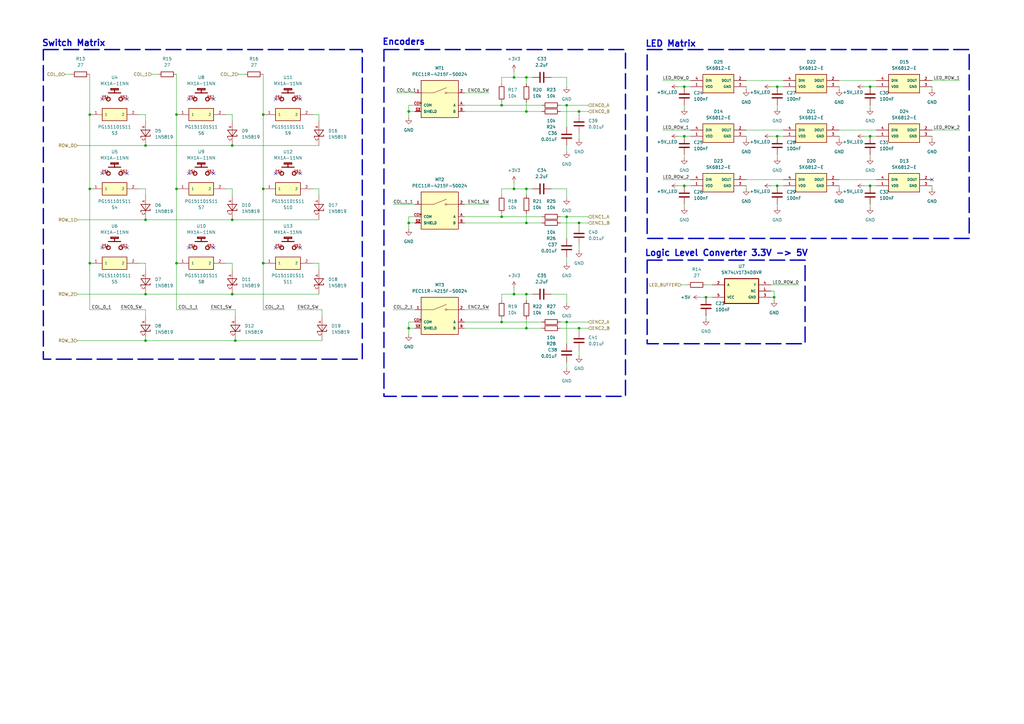
<source format=kicad_sch>
(kicad_sch (version 20231120) (generator "eeschema") (generator_version "8.0")
  (paper "A3")
  (title_block (title "Switch_Matrix") (date "2025-09-12") (rev "V0.1") (company "Drag0th"))
  (junction (at 215.9 31.75))
  (junction (at 210.82 31.75))
  (junction (at 215.9 134.62))
  (junction (at 72.39 77.47))
  (junction (at 59.69 120.65))
  (junction (at 167.64 91.44))
  (junction (at 96.52 139.7))
  (junction (at 317.5 121.92))
  (junction (at 280.67 76.2))
  (junction (at 215.9 77.47))
  (junction (at 36.83 107.95))
  (junction (at 289.56 121.92))
  (junction (at 59.69 90.17))
  (junction (at 72.39 46.99))
  (junction (at 95.25 90.17))
  (junction (at 318.77 35.56))
  (junction (at 210.82 77.47))
  (junction (at 318.77 76.2))
  (junction (at 237.49 91.44))
  (junction (at 237.49 134.62))
  (junction (at 95.25 59.69))
  (junction (at 107.95 46.99))
  (junction (at 232.41 88.9))
  (junction (at 215.9 120.65))
  (junction (at 205.74 132.08))
  (junction (at 280.67 35.56))
  (junction (at 215.9 45.72))
  (junction (at 215.9 91.44))
  (junction (at 356.87 55.88))
  (junction (at 318.77 55.88))
  (junction (at 280.67 55.88))
  (junction (at 210.82 120.65))
  (junction (at 95.25 120.65))
  (junction (at 36.83 77.47))
  (junction (at 72.39 107.95))
  (junction (at 232.41 132.08))
  (junction (at 232.41 43.18))
  (junction (at 59.69 139.7))
  (junction (at 356.87 76.2))
  (junction (at 36.83 46.99))
  (junction (at 167.64 134.62))
  (junction (at 205.74 88.9))
  (junction (at 205.74 43.18))
  (junction (at 237.49 45.72))
  (junction (at 107.95 107.95))
  (junction (at 167.64 45.72))
  (junction (at 59.69 59.69))
  (junction (at 107.95 77.47))
  (junction (at 356.87 35.56))
  (no_connect (at 52.07 40.64))
  (no_connect (at 123.19 40.64))
  (no_connect (at 113.03 101.6))
  (no_connect (at 87.63 101.6))
  (no_connect (at 52.07 71.12))
  (no_connect (at 41.91 101.6))
  (no_connect (at 123.19 101.6))
  (no_connect (at 113.03 71.12))
  (no_connect (at 41.91 40.64))
  (no_connect (at 52.07 101.6))
  (no_connect (at 41.91 71.12))
  (no_connect (at 77.47 71.12))
  (no_connect (at 77.47 101.6))
  (no_connect (at 87.63 40.64))
  (no_connect (at 113.03 40.64))
  (no_connect (at 87.63 71.12))
  (no_connect (at 123.19 71.12))
  (no_connect (at 382.27 73.66))
  (no_connect (at 77.47 40.64))
  (wire (pts (xy 95.25 77.47) (xy 92.71 77.47)))
  (wire (pts (xy 190.5 127) (xy 200.66 127)))
  (wire (pts (xy 59.69 120.65) (xy 95.25 120.65)))
  (wire (pts (xy 232.41 88.9) (xy 232.41 97.79)))
  (wire (pts (xy 210.82 77.47) (xy 210.82 74.93)))
  (wire (pts (xy 316.23 76.2) (xy 318.77 76.2)))
  (wire (pts (xy 237.49 134.62) (xy 241.3 134.62)))
  (wire (pts (xy 59.69 80.01) (xy 59.69 77.47)))
  (wire (pts (xy 31.75 59.69) (xy 59.69 59.69)))
  (wire (pts (xy 205.74 31.75) (xy 205.74 34.29)))
  (wire (pts (xy 215.9 45.72) (xy 222.25 45.72)))
  (wire (pts (xy 167.64 88.9) (xy 167.64 91.44)))
  (wire (pts (xy 107.95 107.95) (xy 107.95 127)))
  (wire (pts (xy 215.9 80.01) (xy 215.9 77.47)))
  (wire (pts (xy 280.67 55.88) (xy 283.21 55.88)))
  (wire (pts (xy 130.81 49.53) (xy 130.81 46.99)))
  (wire (pts (xy 31.75 139.7) (xy 59.69 139.7)))
  (wire (pts (xy 215.9 31.75) (xy 218.44 31.75)))
  (wire (pts (xy 205.74 88.9) (xy 222.25 88.9)))
  (wire (pts (xy 95.25 120.65) (xy 130.81 120.65)))
  (wire (pts (xy 344.17 53.34) (xy 359.41 53.34)))
  (wire (pts (xy 232.41 43.18) (xy 241.3 43.18)))
  (wire (pts (xy 167.64 91.44) (xy 167.64 93.98)))
  (wire (pts (xy 317.5 119.38) (xy 317.5 121.92)))
  (wire (pts (xy 232.41 105.41) (xy 232.41 107.95)))
  (wire (pts (xy 205.74 77.47) (xy 205.74 80.01)))
  (wire (pts (xy 356.87 76.2) (xy 359.41 76.2)))
  (wire (pts (xy 26.67 30.48) (xy 29.21 30.48)))
  (wire (pts (xy 344.17 33.02) (xy 359.41 33.02)))
  (wire (pts (xy 170.18 88.9) (xy 167.64 88.9)))
  (wire (pts (xy 190.5 83.82) (xy 200.66 83.82)))
  (wire (pts (xy 278.13 76.2) (xy 280.67 76.2)))
  (wire (pts (xy 190.5 43.18) (xy 205.74 43.18)))
  (wire (pts (xy 121.92 127) (xy 132.08 127)))
  (wire (pts (xy 31.75 90.17) (xy 59.69 90.17)))
  (wire (pts (xy 354.33 35.56) (xy 356.87 35.56)))
  (wire (pts (xy 232.41 35.56) (xy 232.41 31.75)))
  (wire (pts (xy 72.39 77.47) (xy 72.39 107.95)))
  (wire (pts (xy 237.49 91.44) (xy 241.3 91.44)))
  (wire (pts (xy 31.75 120.65) (xy 59.69 120.65)))
  (wire (pts (xy 280.67 83.82) (xy 280.67 85.09)))
  (wire (pts (xy 356.87 43.18) (xy 356.87 44.45)))
  (wire (pts (xy 96.52 129.54) (xy 96.52 127)))
  (wire (pts (xy 59.69 90.17) (xy 95.25 90.17)))
  (wire (pts (xy 237.49 45.72) (xy 237.49 46.99)))
  (wire (pts (xy 167.64 134.62) (xy 167.64 137.16)))
  (wire (pts (xy 62.23 30.48) (xy 64.77 30.48)))
  (wire (pts (xy 289.56 129.54) (xy 289.56 130.81)))
  (wire (pts (xy 95.25 90.17) (xy 130.81 90.17)))
  (wire (pts (xy 167.64 43.18) (xy 167.64 45.72)))
  (wire (pts (xy 382.27 33.02) (xy 393.7 33.02)))
  (wire (pts (xy 215.9 134.62) (xy 222.25 134.62)))
  (wire (pts (xy 215.9 34.29) (xy 215.9 31.75)))
  (wire (pts (xy 318.77 63.5) (xy 318.77 64.77)))
  (wire (pts (xy 95.25 80.01) (xy 95.25 77.47)))
  (wire (pts (xy 237.49 54.61) (xy 237.49 57.15)))
  (wire (pts (xy 237.49 143.51) (xy 237.49 146.05)))
  (wire (pts (xy 132.08 129.54) (xy 132.08 127)))
  (wire (pts (xy 190.5 132.08) (xy 205.74 132.08)))
  (wire (pts (xy 215.9 91.44) (xy 222.25 91.44)))
  (wire (pts (xy 232.41 59.69) (xy 232.41 62.23)))
  (wire (pts (xy 95.25 107.95) (xy 92.71 107.95)))
  (wire (pts (xy 318.77 43.18) (xy 318.77 44.45)))
  (wire (pts (xy 95.25 59.69) (xy 130.81 59.69)))
  (wire (pts (xy 280.67 76.2) (xy 283.21 76.2)))
  (wire (pts (xy 205.74 120.65) (xy 205.74 123.19)))
  (wire (pts (xy 232.41 124.46) (xy 232.41 120.65)))
  (wire (pts (xy 210.82 31.75) (xy 205.74 31.75)))
  (wire (pts (xy 344.17 76.2) (xy 344.17 77.47)))
  (wire (pts (xy 356.87 35.56) (xy 359.41 35.56)))
  (wire (pts (xy 170.18 132.08) (xy 167.64 132.08)))
  (wire (pts (xy 36.83 46.99) (xy 36.83 77.47)))
  (wire (pts (xy 167.64 91.44) (xy 170.18 91.44)))
  (wire (pts (xy 161.29 83.82) (xy 170.18 83.82)))
  (wire (pts (xy 306.07 33.02) (xy 321.31 33.02)))
  (wire (pts (xy 130.81 80.01) (xy 130.81 77.47)))
  (wire (pts (xy 59.69 49.53) (xy 59.69 46.99)))
  (wire (pts (xy 229.87 45.72) (xy 237.49 45.72)))
  (wire (pts (xy 229.87 43.18) (xy 232.41 43.18)))
  (wire (pts (xy 232.41 132.08) (xy 241.3 132.08)))
  (wire (pts (xy 86.36 127) (xy 96.52 127)))
  (wire (pts (xy 130.81 46.99) (xy 128.27 46.99)))
  (wire (pts (xy 382.27 55.88) (xy 382.27 57.15)))
  (wire (pts (xy 287.02 121.92) (xy 289.56 121.92)))
  (wire (pts (xy 96.52 139.7) (xy 132.08 139.7)))
  (wire (pts (xy 215.9 77.47) (xy 210.82 77.47)))
  (wire (pts (xy 237.49 134.62) (xy 237.49 135.89)))
  (wire (pts (xy 382.27 35.56) (xy 382.27 36.83)))
  (wire (pts (xy 237.49 91.44) (xy 237.49 92.71)))
  (wire (pts (xy 344.17 55.88) (xy 344.17 57.15)))
  (wire (pts (xy 161.29 127) (xy 170.18 127)))
  (wire (pts (xy 59.69 139.7) (xy 96.52 139.7)))
  (wire (pts (xy 72.39 127) (xy 81.28 127)))
  (wire (pts (xy 316.23 116.84) (xy 327.66 116.84)))
  (wire (pts (xy 215.9 123.19) (xy 215.9 120.65)))
  (wire (pts (xy 354.33 76.2) (xy 356.87 76.2)))
  (wire (pts (xy 59.69 46.99) (xy 57.15 46.99)))
  (wire (pts (xy 354.33 55.88) (xy 356.87 55.88)))
  (wire (pts (xy 382.27 76.2) (xy 382.27 77.47)))
  (wire (pts (xy 107.95 127) (xy 116.84 127)))
  (wire (pts (xy 190.5 91.44) (xy 215.9 91.44)))
  (wire (pts (xy 280.67 43.18) (xy 280.67 44.45)))
  (wire (pts (xy 344.17 73.66) (xy 359.41 73.66)))
  (wire (pts (xy 382.27 53.34) (xy 393.7 53.34)))
  (wire (pts (xy 72.39 30.48) (xy 72.39 46.99)))
  (wire (pts (xy 167.64 45.72) (xy 167.64 48.26)))
  (wire (pts (xy 167.64 45.72) (xy 170.18 45.72)))
  (wire (pts (xy 318.77 76.2) (xy 321.31 76.2)))
  (wire (pts (xy 229.87 132.08) (xy 232.41 132.08)))
  (wire (pts (xy 107.95 46.99) (xy 107.95 77.47)))
  (wire (pts (xy 130.81 110.49) (xy 130.81 107.95)))
  (wire (pts (xy 356.87 63.5) (xy 356.87 64.77)))
  (wire (pts (xy 232.41 120.65) (xy 226.06 120.65)))
  (wire (pts (xy 72.39 46.99) (xy 72.39 77.47)))
  (wire (pts (xy 278.13 35.56) (xy 280.67 35.56)))
  (wire (pts (xy 59.69 107.95) (xy 57.15 107.95)))
  (wire (pts (xy 215.9 87.63) (xy 215.9 91.44)))
  (wire (pts (xy 130.81 107.95) (xy 128.27 107.95)))
  (wire (pts (xy 318.77 83.82) (xy 318.77 85.09)))
  (wire (pts (xy 210.82 31.75) (xy 210.82 29.21)))
  (wire (pts (xy 229.87 88.9) (xy 232.41 88.9)))
  (wire (pts (xy 95.25 110.49) (xy 95.25 107.95)))
  (wire (pts (xy 306.07 55.88) (xy 306.07 57.15)))
  (wire (pts (xy 271.78 33.02) (xy 283.21 33.02)))
  (wire (pts (xy 232.41 77.47) (xy 226.06 77.47)))
  (wire (pts (xy 356.87 83.82) (xy 356.87 85.09)))
  (wire (pts (xy 232.41 88.9) (xy 241.3 88.9)))
  (wire (pts (xy 280.67 63.5) (xy 280.67 64.77)))
  (wire (pts (xy 205.74 130.81) (xy 205.74 132.08)))
  (wire (pts (xy 306.07 53.34) (xy 321.31 53.34)))
  (wire (pts (xy 229.87 134.62) (xy 237.49 134.62)))
  (wire (pts (xy 190.5 45.72) (xy 215.9 45.72)))
  (wire (pts (xy 271.78 53.34) (xy 283.21 53.34)))
  (wire (pts (xy 306.07 36.83) (xy 306.07 35.56)))
  (wire (pts (xy 232.41 81.28) (xy 232.41 77.47)))
  (wire (pts (xy 306.07 73.66) (xy 321.31 73.66)))
  (wire (pts (xy 280.67 35.56) (xy 283.21 35.56)))
  (wire (pts (xy 130.81 77.47) (xy 128.27 77.47)))
  (wire (pts (xy 205.74 87.63) (xy 205.74 88.9)))
  (wire (pts (xy 59.69 129.54) (xy 59.69 127)))
  (wire (pts (xy 72.39 107.95) (xy 72.39 127)))
  (wire (pts (xy 162.56 38.1) (xy 170.18 38.1)))
  (wire (pts (xy 316.23 121.92) (xy 317.5 121.92)))
  (wire (pts (xy 318.77 55.88) (xy 321.31 55.88)))
  (wire (pts (xy 317.5 121.92) (xy 317.5 123.19)))
  (wire (pts (xy 344.17 36.83) (xy 344.17 35.56)))
  (wire (pts (xy 278.13 55.88) (xy 280.67 55.88)))
  (wire (pts (xy 210.82 120.65) (xy 205.74 120.65)))
  (wire (pts (xy 232.41 132.08) (xy 232.41 140.97)))
  (wire (pts (xy 215.9 41.91) (xy 215.9 45.72)))
  (wire (pts (xy 190.5 88.9) (xy 205.74 88.9)))
  (wire (pts (xy 107.95 77.47) (xy 107.95 107.95)))
  (wire (pts (xy 190.5 38.1) (xy 200.66 38.1)))
  (wire (pts (xy 170.18 43.18) (xy 167.64 43.18)))
  (wire (pts (xy 306.07 76.2) (xy 306.07 77.47)))
  (wire (pts (xy 205.74 41.91) (xy 205.74 43.18)))
  (wire (pts (xy 215.9 77.47) (xy 218.44 77.47)))
  (wire (pts (xy 210.82 77.47) (xy 205.74 77.47)))
  (wire (pts (xy 59.69 59.69) (xy 95.25 59.69)))
  (wire (pts (xy 232.41 43.18) (xy 232.41 52.07)))
  (wire (pts (xy 167.64 134.62) (xy 170.18 134.62)))
  (wire (pts (xy 232.41 148.59) (xy 232.41 151.13)))
  (wire (pts (xy 107.95 30.48) (xy 107.95 46.99)))
  (wire (pts (xy 36.83 30.48) (xy 36.83 46.99)))
  (wire (pts (xy 289.56 121.92) (xy 292.1 121.92)))
  (wire (pts (xy 237.49 100.33) (xy 237.49 102.87)))
  (wire (pts (xy 95.25 46.99) (xy 92.71 46.99)))
  (wire (pts (xy 210.82 120.65) (xy 210.82 118.11)))
  (wire (pts (xy 271.78 73.66) (xy 283.21 73.66)))
  (wire (pts (xy 215.9 31.75) (xy 210.82 31.75)))
  (wire (pts (xy 316.23 55.88) (xy 318.77 55.88)))
  (wire (pts (xy 205.74 43.18) (xy 222.25 43.18)))
  (wire (pts (xy 232.41 31.75) (xy 226.06 31.75)))
  (wire (pts (xy 167.64 132.08) (xy 167.64 134.62)))
  (wire (pts (xy 36.83 107.95) (xy 36.83 127)))
  (wire (pts (xy 289.56 116.84) (xy 292.1 116.84)))
  (wire (pts (xy 317.5 119.38) (xy 316.23 119.38)))
  (wire (pts (xy 97.79 30.48) (xy 100.33 30.48)))
  (wire (pts (xy 36.83 77.47) (xy 36.83 107.95)))
  (wire (pts (xy 215.9 130.81) (xy 215.9 134.62)))
  (wire (pts (xy 59.69 110.49) (xy 59.69 107.95)))
  (wire (pts (xy 190.5 134.62) (xy 215.9 134.62)))
  (wire (pts (xy 356.87 55.88) (xy 359.41 55.88)))
  (wire (pts (xy 316.23 35.56) (xy 318.77 35.56)))
  (wire (pts (xy 36.83 127) (xy 45.72 127)))
  (wire (pts (xy 95.25 49.53) (xy 95.25 46.99)))
  (wire (pts (xy 59.69 77.47) (xy 57.15 77.47)))
  (wire (pts (xy 205.74 132.08) (xy 222.25 132.08)))
  (wire (pts (xy 318.77 35.56) (xy 321.31 35.56)))
  (wire (pts (xy 237.49 45.72) (xy 241.3 45.72)))
  (wire (pts (xy 49.53 127) (xy 59.69 127)))
  (wire (pts (xy 229.87 91.44) (xy 237.49 91.44)))
  (wire (pts (xy 279.4 116.84) (xy 281.94 116.84)))
  (wire (pts (xy 215.9 120.65) (xy 210.82 120.65)))
  (wire (pts (xy 215.9 120.65) (xy 218.44 120.65)))
  (rectangle (start 17.78 20.32) (end 148.59 147.32) (stroke (width 0.5588) (type dash)))
  (rectangle (start 265.43 20.32) (end 397.51 97.79) (stroke (width 0.5588) (type dash)))
  (rectangle (start 157.48 20.32) (end 256.54 162.56) (stroke (width 0.5588) (type dash)))
  (rectangle (start 265.43 106.68) (end 330.2 140.97) (stroke (width 0.5588) (type dash)))
  (text "Encoders" (at 165.608 17.272 0) (effects (font (size 2.54 2.54) (thickness 0.508) (bold yes))))
  (text "Switch Matrix" (at 30.226 17.78 0) (effects (font (size 2.54 2.54) (thickness 0.508) (bold yes))))
  (text "Logic Level Converter 3.3V -> 5V" (at 297.942 103.886 0) (effects (font (size 2.54 2.54) (thickness 0.508) (bold yes))))
  (text "LED Matrix" (at 275.082 18.034 0) (effects (font (size 2.54 2.54) (thickness 0.508) (bold yes))))
  (label "LED_ROW_2" (at 393.7 53.34 180))
  (label "COL_2_1" (at 116.84 127 180))
  (label "COL_1_1" (at 81.28 127 180))
  (label "ENC1_SW" (at 86.36 127 0))
  (label "LED_ROW_1" (at 271.78 53.34 0))
  (label "COL_2_1" (at 161.29 127 0))
  (label "COL_0_1" (at 162.56 38.1 0))
  (label "ENC2_SW" (at 121.92 127 0))
  (label "COL_1_1" (at 161.29 83.82 0))
  (label "ENC0_SW" (at 49.53 127 0))
  (label "LED_ROW_2" (at 271.78 73.66 0))
  (label "ENC2_SW" (at 200.66 127 180))
  (label "LED_ROW_0" (at 271.78 33.02 0))
  (label "COL_0_1" (at 45.72 127 180))
  (label "LED_ROW_1" (at 393.7 33.02 180))
  (label "ENC0_SW" (at 200.66 38.1 180))
  (label "LED_ROW_0" (at 327.66 116.84 180))
  (label "ENC1_SW" (at 200.66 83.82 180))
  (hierarchical_label "ROW_0" (shape input) (at 31.75 59.69 180))
  (hierarchical_label "ENC2_A" (shape input) (at 241.3 132.08 0))
  (hierarchical_label "ROW_3" (shape input) (at 31.75 139.7 180))
  (hierarchical_label "LED_BUFFER" (shape input) (at 279.4 116.84 180))
  (hierarchical_label "ROW_1" (shape input) (at 31.75 90.17 180))
  (hierarchical_label "ROW_2" (shape input) (at 31.75 120.65 180))
  (hierarchical_label "ENC0_A" (shape input) (at 241.3 43.18 0))
  (hierarchical_label "COL_1" (shape input) (at 62.23 30.48 180))
  (hierarchical_label "ENC0_B" (shape input) (at 241.3 45.72 0))
  (hierarchical_label "ENC1_B" (shape input) (at 241.3 91.44 0))
  (hierarchical_label "COL_0" (shape input) (at 26.67 30.48 180))
  (hierarchical_label "COL_2" (shape input) (at 97.79 30.48 180))
  (hierarchical_label "ENC1_A" (shape input) (at 241.3 88.9 0))
  (hierarchical_label "ENC2_B" (shape input) (at 241.3 134.62 0))
  (symbol (lib_id "power:GND") (at 344.17 77.47 0) (unit 1)
    (property "Reference" "#PWR080" (effects (hide yes)))
    (property "Value" "GND" (at 344.17 82.55 0))
    (property "Description" "Power symbol creates a global label with name \"GND\" , ground" (effects (hide yes)))
  )
  (symbol (lib_id "power:GND") (at 237.49 146.05 0) (unit 1)
    (property "Reference" "#PWR056" (effects (hide yes)))
    (property "Value" "GND" (at 237.49 151.13 0))
    (property "Description" "Power symbol creates a global label with name \"GND\" , ground" (effects (hide yes)))
  )
  (symbol (lib_id "power:+5V") (at 316.23 76.2 90) (unit 1)
    (property "Reference" "#PWR078" (effects (hide yes)))
    (property "Value" "+5V_LED" (at 315.976 78.486 90) (effects (justify left)))
    (property "Description" "Power symbol creates a global label with name \"+5V\"" (effects (hide yes)))
  )
  (symbol (lib_id "power:GND") (at 167.64 93.98 0) (unit 1)
    (property "Reference" "#PWR047" (effects (hide yes)))
    (property "Value" "GND" (at 167.64 99.06 0))
    (property "Description" "Power symbol creates a global label with name \"GND\" , ground" (effects (hide yes)))
  )
  (symbol (lib_id "KSZ_KiCad_Symbol_Library:1N5819") (at 95.25 54.61 180) (unit 1)
    (property "Reference" "D9" (at 99.06 53.6574 0) (effects (justify right)))
    (property "Value" "1N5819" (at 99.06 56.1974 0) (effects (justify right)))
    (property "Footprint" "KSZ_KiCad_Footprint_Library:SOD323" (effects (hide yes)))
    (property "MF" "Infineon" (effects (hide yes)))
    (property "Description_1" "\n                        \n                            Schottky Diode Single 30V 1A SOD323\n                        \n" (effects (hide yes)))
    (property "Package" "SOD-323 Infineon" (effects (hide yes)))
    (property "Price" "None" (effects (hide yes)))
    (property "SnapEDA_Link" "https://www.snapeda.com/parts/BAS%203010A-03W/Infineon/view-part/?ref=snap" (effects (hide yes)))
    (property "MP" "BAS 3010A-03W" (effects (hide yes)))
    (property "Availability" "In Stock" (effects (hide yes)))
    (property "Check_prices" "https://www.snapeda.com/parts/BAS%203010A-03W/Infineon/view-part/?ref=eda" (effects (hide yes)))
  )
  (symbol (lib_id "KSZ_KiCad_Symbol_Library:PG151101S11") (at 118.11 46.99 0) (mirror x) (unit 1)
    (property "Reference" "S9" (at 118.11 54.61 0))
    (property "Value" "PG151101S11" (at 118.11 52.07 0))
    (property "Footprint" "KSZ_KiCad_Footprint_Library:SW_PG151101S11" (effects (hide yes)))
    (property "MF" "Kailh" (effects (hide yes)))
    (property "MAXIMUM_PACKAGE_HEIGHT" "1.95 mm" (effects (hide yes)))
    (property "Package" "Package" (effects (hide yes)))
    (property "Price" "None" (effects (hide yes)))
    (property "Check_prices" "https://www.snapeda.com/parts/PG151101S11/Kailh/view-part/?ref=eda" (effects (hide yes)))
    (property "STANDARD" "Manufacturer Recommendations" (effects (hide yes)))
    (property "PARTREV" "A" (effects (hide yes)))
    (property "SnapEDA_Link" "https://www.snapeda.com/parts/PG151101S11/Kailh/view-part/?ref=snap" (effects (hide yes)))
    (property "MP" "PG151101S11" (effects (hide yes)))
    (property "Description_1" "\n                        \n                            \n                        \n" (effects (hide yes)))
    (property "Availability" "Not in stock" (effects (hide yes)))
    (property "MANUFACTURER" "Kailh" (effects (hide yes)))
  )
  (symbol (lib_id "Device:R") (at 215.9 38.1 180) (unit 1)
    (property "Reference" "R20" (at 218.44 36.8299 0) (effects (justify right)))
    (property "Value" "10k" (at 218.44 39.3699 0) (effects (justify right)))
    (property "Footprint" "Resistor_SMD:R_0603_1608Metric_Pad0.98x0.95mm_HandSolder" (effects (hide yes)))
    (property "Description" "Resistor" (effects (hide yes)))
  )
  (symbol (lib_id "KSZ_KiCad_Symbol_Library:PG151101S11") (at 118.11 107.95 0) (mirror x) (unit 1)
    (property "Reference" "S11" (at 118.11 115.57 0))
    (property "Value" "PG151101S11" (at 118.11 113.03 0))
    (property "Footprint" "KSZ_KiCad_Footprint_Library:SW_PG151101S11" (effects (hide yes)))
    (property "MF" "Kailh" (effects (hide yes)))
    (property "MAXIMUM_PACKAGE_HEIGHT" "1.95 mm" (effects (hide yes)))
    (property "Package" "Package" (effects (hide yes)))
    (property "Price" "None" (effects (hide yes)))
    (property "Check_prices" "https://www.snapeda.com/parts/PG151101S11/Kailh/view-part/?ref=eda" (effects (hide yes)))
    (property "STANDARD" "Manufacturer Recommendations" (effects (hide yes)))
    (property "PARTREV" "A" (effects (hide yes)))
    (property "SnapEDA_Link" "https://www.snapeda.com/parts/PG151101S11/Kailh/view-part/?ref=snap" (effects (hide yes)))
    (property "MP" "PG151101S11" (effects (hide yes)))
    (property "Description_1" "\n                        \n                            \n                        \n" (effects (hide yes)))
    (property "Availability" "Not in stock" (effects (hide yes)))
    (property "MANUFACTURER" "Kailh" (effects (hide yes)))
  )
  (symbol (lib_id "KSZ_KiCad_Symbol_Library:SK6812-E") (at 298.45 58.42 0) (unit 1)
    (property "Reference" "D14" (at 294.64 45.72 0))
    (property "Value" "SK6812-E" (at 294.64 48.26 0))
    (property "Footprint" "KSZ_KiCad_Footprint_Library:LED_SK6812-E" (effects (hide yes)))
    (property "MF" "DONGGUANG OPSCO OPTOELECTRONICS CO., LTD" (effects (hide yes)))
    (property "MAXIMUM_PACKAGE_HEIGHT" "0.84mm" (effects (hide yes)))
    (property "Package" "Package" (effects (hide yes)))
    (property "Price" "None" (effects (hide yes)))
    (property "Check_prices" "https://www.snapeda.com/parts/SK6812-E/DONGGUANG+OPSCO+OPTOELECTRONICS+CO.%252C+LTD/view-part/?ref=eda" (effects (hide yes)))
    (property "STANDARD" "Manufacturer recommendations" (effects (hide yes)))
    (property "PARTREV" "2" (effects (hide yes)))
    (property "SnapEDA_Link" "https://www.snapeda.com/parts/SK6812-E/DONGGUANG+OPSCO+OPTOELECTRONICS+CO.%252C+LTD/view-part/?ref=snap" (effects (hide yes)))
    (property "MP" "SK6812-E" (effects (hide yes)))
    (property "Description_1" "\n                        \n                            SK6812MINI-E is a smart LED control circuit and light emitting circuit in one controlled LED source, which has the shape of a 3528  LED chip.\n                        \n" (effects (hide yes)))
    (property "Availability" "Not in stock" (effects (hide yes)))
    (property "MANUFACTURER" "DONGGUANG OPSCO" (effects (hide yes)))
  )
  (symbol (lib_id "KSZ_KiCad_Symbol_Library:1N5819") (at 59.69 115.57 180) (unit 1)
    (property "Reference" "D7" (at 63.5 114.6174 0) (effects (justify right)))
    (property "Value" "1N5819" (at 63.5 117.1574 0) (effects (justify right)))
    (property "Footprint" "KSZ_KiCad_Footprint_Library:SOD323" (effects (hide yes)))
    (property "MF" "Infineon" (effects (hide yes)))
    (property "Description_1" "\n                        \n                            Schottky Diode Single 30V 1A SOD323\n                        \n" (effects (hide yes)))
    (property "Package" "SOD-323 Infineon" (effects (hide yes)))
    (property "Price" "None" (effects (hide yes)))
    (property "SnapEDA_Link" "https://www.snapeda.com/parts/BAS%203010A-03W/Infineon/view-part/?ref=snap" (effects (hide yes)))
    (property "MP" "BAS 3010A-03W" (effects (hide yes)))
    (property "Availability" "In Stock" (effects (hide yes)))
    (property "Check_prices" "https://www.snapeda.com/parts/BAS%203010A-03W/Infineon/view-part/?ref=eda" (effects (hide yes)))
  )
  (symbol (lib_id "power:GND") (at 306.07 57.15 0) (unit 1)
    (property "Reference" "#PWR068" (effects (hide yes)))
    (property "Value" "GND" (at 306.07 62.23 0))
    (property "Description" "Power symbol creates a global label with name \"GND\" , ground" (effects (hide yes)))
  )
  (symbol (lib_id "Device:C") (at 318.77 39.37 180) (unit 1)
    (property "Reference" "C27" (at 322.58 38.0999 0) (effects (justify right)))
    (property "Value" "100nF" (at 322.58 40.6399 0) (effects (justify right)))
    (property "Footprint" "Capacitor_SMD:C_0603_1608Metric_Pad1.08x0.95mm_HandSolder" (effects (hide yes)))
    (property "Description" "Unpolarized capacitor" (effects (hide yes)))
  )
  (symbol (lib_id "power:GND") (at 318.77 64.77 0) (unit 1)
    (property "Reference" "#PWR070" (effects (hide yes)))
    (property "Value" "GND" (at 318.77 69.85 0))
    (property "Description" "Power symbol creates a global label with name \"GND\" , ground" (effects (hide yes)))
  )
  (symbol (lib_id "KSZ_KiCad_Symbol_Library:1N5819") (at 59.69 54.61 180) (unit 1)
    (property "Reference" "D5" (at 63.5 53.6574 0) (effects (justify right)))
    (property "Value" "1N5819" (at 63.5 56.1974 0) (effects (justify right)))
    (property "Footprint" "KSZ_KiCad_Footprint_Library:SOD323" (effects (hide yes)))
    (property "MF" "Infineon" (effects (hide yes)))
    (property "Description_1" "\n                        \n                            Schottky Diode Single 30V 1A SOD323\n                        \n" (effects (hide yes)))
    (property "Package" "SOD-323 Infineon" (effects (hide yes)))
    (property "Price" "None" (effects (hide yes)))
    (property "SnapEDA_Link" "https://www.snapeda.com/parts/BAS%203010A-03W/Infineon/view-part/?ref=snap" (effects (hide yes)))
    (property "MP" "BAS 3010A-03W" (effects (hide yes)))
    (property "Availability" "In Stock" (effects (hide yes)))
    (property "Check_prices" "https://www.snapeda.com/parts/BAS%203010A-03W/Infineon/view-part/?ref=eda" (effects (hide yes)))
  )
  (symbol (lib_id "KSZ_KiCad_Symbol_Library:PG151101S11") (at 46.99 46.99 0) (mirror x) (unit 1)
    (property "Reference" "S3" (at 46.99 54.61 0))
    (property "Value" "PG151101S11" (at 46.99 52.07 0))
    (property "Footprint" "KSZ_KiCad_Footprint_Library:SW_PG151101S11" (effects (hide yes)))
    (property "MF" "Kailh" (effects (hide yes)))
    (property "MAXIMUM_PACKAGE_HEIGHT" "1.95 mm" (effects (hide yes)))
    (property "Package" "Package" (effects (hide yes)))
    (property "Price" "None" (effects (hide yes)))
    (property "Check_prices" "https://www.snapeda.com/parts/PG151101S11/Kailh/view-part/?ref=eda" (effects (hide yes)))
    (property "STANDARD" "Manufacturer Recommendations" (effects (hide yes)))
    (property "PARTREV" "A" (effects (hide yes)))
    (property "SnapEDA_Link" "https://www.snapeda.com/parts/PG151101S11/Kailh/view-part/?ref=snap" (effects (hide yes)))
    (property "MP" "PG151101S11" (effects (hide yes)))
    (property "Description_1" "\n                        \n                            \n                        \n" (effects (hide yes)))
    (property "Availability" "Not in stock" (effects (hide yes)))
    (property "MANUFACTURER" "Kailh" (effects (hide yes)))
  )
  (symbol (lib_id "power:GND") (at 232.41 107.95 0) (unit 1)
    (property "Reference" "#PWR050" (effects (hide yes)))
    (property "Value" "GND" (at 232.41 113.03 0))
    (property "Description" "Power symbol creates a global label with name \"GND\" , ground" (effects (hide yes)))
  )
  (symbol (lib_id "Device:C") (at 280.67 39.37 180) (unit 1)
    (property "Reference" "C24" (at 284.48 38.0999 0) (effects (justify right)))
    (property "Value" "100nF" (at 284.48 40.6399 0) (effects (justify right)))
    (property "Footprint" "Capacitor_SMD:C_0603_1608Metric_Pad1.08x0.95mm_HandSolder" (effects (hide yes)))
    (property "Description" "Unpolarized capacitor" (effects (hide yes)))
  )
  (symbol (lib_id "power:GND") (at 289.56 130.81 0) (unit 1)
    (property "Reference" "#PWR085" (effects (hide yes)))
    (property "Value" "GND" (at 289.56 135.89 0))
    (property "Description" "Power symbol creates a global label with name \"GND\" , ground" (effects (hide yes)))
  )
  (symbol (lib_id "power:GND") (at 232.41 81.28 0) (unit 1)
    (property "Reference" "#PWR049" (effects (hide yes)))
    (property "Value" "GND" (at 232.41 86.36 0))
    (property "Description" "Power symbol creates a global label with name \"GND\" , ground" (effects (hide yes)))
  )
  (symbol (lib_id "power:GND") (at 356.87 85.09 0) (unit 1)
    (property "Reference" "#PWR082" (effects (hide yes)))
    (property "Value" "GND" (at 356.87 90.17 0))
    (property "Description" "Power symbol creates a global label with name \"GND\" , ground" (effects (hide yes)))
  )
  (symbol (lib_id "power:+5V") (at 287.02 121.92 90) (unit 1)
    (property "Reference" "#PWR084" (effects (hide yes)))
    (property "Value" "+5V" (at 283.21 121.9199 90) (effects (justify left)))
    (property "Description" "Power symbol creates a global label with name \"+5V\"" (effects (hide yes)))
  )
  (symbol (lib_id "power:+3V3") (at 210.82 118.11 0) (unit 1)
    (property "Reference" "#PWR053" (effects (hide yes)))
    (property "Value" "+3V3" (at 210.82 113.03 0))
    (property "Description" "Power symbol creates a global label with name \"+3V3\"" (effects (hide yes)))
  )
  (symbol (lib_id "KSZ_KiCad_Symbol_Library:PG151101S11") (at 82.55 107.95 0) (mirror x) (unit 1)
    (property "Reference" "S8" (at 82.55 115.57 0))
    (property "Value" "PG151101S11" (at 82.55 113.03 0))
    (property "Footprint" "KSZ_KiCad_Footprint_Library:SW_PG151101S11" (effects (hide yes)))
    (property "MF" "Kailh" (effects (hide yes)))
    (property "MAXIMUM_PACKAGE_HEIGHT" "1.95 mm" (effects (hide yes)))
    (property "Package" "Package" (effects (hide yes)))
    (property "Price" "None" (effects (hide yes)))
    (property "Check_prices" "https://www.snapeda.com/parts/PG151101S11/Kailh/view-part/?ref=eda" (effects (hide yes)))
    (property "STANDARD" "Manufacturer Recommendations" (effects (hide yes)))
    (property "PARTREV" "A" (effects (hide yes)))
    (property "SnapEDA_Link" "https://www.snapeda.com/parts/PG151101S11/Kailh/view-part/?ref=snap" (effects (hide yes)))
    (property "MP" "PG151101S11" (effects (hide yes)))
    (property "Description_1" "\n                        \n                            \n                        \n" (effects (hide yes)))
    (property "Availability" "Not in stock" (effects (hide yes)))
    (property "MANUFACTURER" "Kailh" (effects (hide yes)))
  )
  (symbol (lib_id "power:+5V") (at 278.13 76.2 90) (unit 1)
    (property "Reference" "#PWR075" (effects (hide yes)))
    (property "Value" "+5V_LED" (at 277.876 78.486 90) (effects (justify left)))
    (property "Description" "Power symbol creates a global label with name \"+5V\"" (effects (hide yes)))
  )
  (symbol (lib_id "power:GND") (at 232.41 62.23 0) (unit 1)
    (property "Reference" "#PWR044" (effects (hide yes)))
    (property "Value" "GND" (at 232.41 67.31 0))
    (property "Description" "Power symbol creates a global label with name \"GND\" , ground" (effects (hide yes)))
  )
  (symbol (lib_id "power:GND") (at 167.64 137.16 0) (unit 1)
    (property "Reference" "#PWR052" (effects (hide yes)))
    (property "Value" "GND" (at 167.64 142.24 0))
    (property "Description" "Power symbol creates a global label with name \"GND\" , ground" (effects (hide yes)))
  )
  (symbol (lib_id "Device:C") (at 222.25 120.65 270) (unit 1)
    (property "Reference" "C35" (at 222.25 113.03 90))
    (property "Value" "2.2uF" (at 222.25 115.57 90))
    (property "Footprint" "Capacitor_SMD:C_0603_1608Metric_Pad1.08x0.95mm_HandSolder" (effects (hide yes)))
    (property "Description" "Unpolarized capacitor" (effects (hide yes)))
  )
  (symbol (lib_name "MX1A-11NN_1") (lib_id "KSZ_KiCad_Symbol_Library:MX1A-11NN") (at 46.99 40.64 0) (unit 1)
    (property "Reference" "U4" (at 46.99 31.75 0))
    (property "Value" "MX1A-11NN" (at 46.99 34.29 0))
    (property "Footprint" "KSZ_KiCad_Footprint_Library:CHERRY_MX1A-11NN_SWITCH" (effects (hide yes)))
    (property "MF" "Cherry" (effects (hide yes)))
    (property "Description_1" "\n                        \n                            Switch,Key,SPST-NO,Keyboard,Low Profile,10mA,12VDC,Face Place Mount,Std Force | Cherry Americas MX1A-11NN\n                        \n" (effects (hide yes)))
    (property "Package" "None" (effects (hide yes)))
    (property "Price" "None" (effects (hide yes)))
    (property "SnapEDA_Link" "https://www.snapeda.com/parts/MX1A-11NN/Cherry/view-part/?ref=snap" (effects (hide yes)))
    (property "MP" "MX1A-11NN" (effects (hide yes)))
    (property "Availability" "In Stock" (effects (hide yes)))
    (property "Check_prices" "https://www.snapeda.com/parts/MX1A-11NN/Cherry/view-part/?ref=eda" (effects (hide yes)))
  )
  (symbol (lib_id "Device:R") (at 226.06 88.9 270) (unit 1)
    (property "Reference" "R25" (at 226.06 82.55 90))
    (property "Value" "10k" (at 226.06 85.09 90))
    (property "Footprint" "Resistor_SMD:R_0603_1608Metric_Pad0.98x0.95mm_HandSolder" (effects (hide yes)))
    (property "Description" "Resistor" (effects (hide yes)))
  )
  (symbol (lib_id "power:GND") (at 280.67 44.45 0) (unit 1)
    (property "Reference" "#PWR057" (effects (hide yes)))
    (property "Value" "GND" (at 280.67 49.53 0))
    (property "Description" "Power symbol creates a global label with name \"GND\" , ground" (effects (hide yes)))
  )
  (symbol (lib_id "power:GND") (at 344.17 36.83 0) (unit 1)
    (property "Reference" "#PWR062" (effects (hide yes)))
    (property "Value" "GND" (at 344.17 41.91 0))
    (property "Description" "Power symbol creates a global label with name \"GND\" , ground" (effects (hide yes)))
  )
  (symbol (lib_id "Device:C") (at 237.49 139.7 180) (unit 1)
    (property "Reference" "C41" (at 241.3 138.4299 0) (effects (justify right)))
    (property "Value" "0.01uF" (at 241.3 140.9699 0) (effects (justify right)))
    (property "Footprint" "Capacitor_SMD:C_0603_1608Metric_Pad1.08x0.95mm_HandSolder" (effects (hide yes)))
    (property "Description" "Unpolarized capacitor" (effects (hide yes)))
  )
  (symbol (lib_id "Device:R") (at 285.75 116.84 270) (unit 1)
    (property "Reference" "R14" (at 285.75 110.49 90))
    (property "Value" "27" (at 285.75 113.03 90))
    (property "Footprint" "Resistor_SMD:R_0603_1608Metric_Pad0.98x0.95mm_HandSolder" (effects (hide yes)))
    (property "Description" "Resistor" (effects (hide yes)))
  )
  (symbol (lib_id "KSZ_KiCad_Symbol_Library:1N5819") (at 130.81 115.57 180) (unit 1)
    (property "Reference" "D18" (at 134.62 114.6174 0) (effects (justify right)))
    (property "Value" "1N5819" (at 134.62 117.1574 0) (effects (justify right)))
    (property "Footprint" "KSZ_KiCad_Footprint_Library:SOD323" (effects (hide yes)))
    (property "MF" "Infineon" (effects (hide yes)))
    (property "Description_1" "\n                        \n                            Schottky Diode Single 30V 1A SOD323\n                        \n" (effects (hide yes)))
    (property "Package" "SOD-323 Infineon" (effects (hide yes)))
    (property "Price" "None" (effects (hide yes)))
    (property "SnapEDA_Link" "https://www.snapeda.com/parts/BAS%203010A-03W/Infineon/view-part/?ref=snap" (effects (hide yes)))
    (property "MP" "BAS 3010A-03W" (effects (hide yes)))
    (property "Availability" "In Stock" (effects (hide yes)))
    (property "Check_prices" "https://www.snapeda.com/parts/BAS%203010A-03W/Infineon/view-part/?ref=eda" (effects (hide yes)))
  )
  (symbol (lib_id "power:GND") (at 232.41 151.13 0) (unit 1)
    (property "Reference" "#PWR055" (effects (hide yes)))
    (property "Value" "GND" (at 232.41 156.21 0))
    (property "Description" "Power symbol creates a global label with name \"GND\" , ground" (effects (hide yes)))
  )
  (symbol (lib_id "KSZ_KiCad_Symbol_Library:PEC11R-4215F-S0024") (at 180.34 86.36 0) (unit 1)
    (property "Reference" "MT2" (at 180.34 73.66 0))
    (property "Value" "PEC11R-4215F-S0024" (at 180.34 76.2 0))
    (property "Footprint" "KSZ_KiCad_Footprint_Library:XDCR_PEC11R-4215F-S0024" (effects (hide yes)))
    (property "MF" "Bourns" (effects (hide yes)))
    (property "MAXIMUM_PACKAGE_HEIGHT" "21.5 mm" (effects (hide yes)))
    (property "Package" "None" (effects (hide yes)))
    (property "Price" "None" (effects (hide yes)))
    (property "Check_prices" "https://www.snapeda.com/parts/PEC11R-4215F-S0024/Bourns/view-part/?ref=eda" (effects (hide yes)))
    (property "STANDARD" "Manufacturer Recommendations" (effects (hide yes)))
    (property "PARTREV" "Rev. 09/19" (effects (hide yes)))
    (property "SnapEDA_Link" "https://www.snapeda.com/parts/PEC11R-4215F-S0024/Bourns/view-part/?ref=snap" (effects (hide yes)))
    (property "MP" "PEC11R-4215F-S0024" (effects (hide yes)))
    (property "Description_1" "\n                        \n                            Encoder,Rotary,24 Detents,15 mm, Shaft,Switch | Bourns PEC11R-4215F-S0024\n                        \n" (effects (hide yes)))
    (property "Availability" "In Stock" (effects (hide yes)))
    (property "MANUFACTURER" "J.W.Miller/Bourns" (effects (hide yes)))
  )
  (symbol (lib_name "MX1A-11NN_1") (lib_id "KSZ_KiCad_Symbol_Library:MX1A-11NN") (at 46.99 71.12 0) (unit 1)
    (property "Reference" "U5" (at 46.99 62.23 0))
    (property "Value" "MX1A-11NN" (at 46.99 64.77 0))
    (property "Footprint" "KSZ_KiCad_Footprint_Library:CHERRY_MX1A-11NN_SWITCH" (effects (hide yes)))
    (property "MF" "Cherry" (effects (hide yes)))
    (property "Description_1" "\n                        \n                            Switch,Key,SPST-NO,Keyboard,Low Profile,10mA,12VDC,Face Place Mount,Std Force | Cherry Americas MX1A-11NN\n                        \n" (effects (hide yes)))
    (property "Package" "None" (effects (hide yes)))
    (property "Price" "None" (effects (hide yes)))
    (property "SnapEDA_Link" "https://www.snapeda.com/parts/MX1A-11NN/Cherry/view-part/?ref=snap" (effects (hide yes)))
    (property "MP" "MX1A-11NN" (effects (hide yes)))
    (property "Availability" "In Stock" (effects (hide yes)))
    (property "Check_prices" "https://www.snapeda.com/parts/MX1A-11NN/Cherry/view-part/?ref=eda" (effects (hide yes)))
  )
  (symbol (lib_id "power:GND") (at 356.87 64.77 0) (unit 1)
    (property "Reference" "#PWR073" (effects (hide yes)))
    (property "Value" "GND" (at 356.87 69.85 0))
    (property "Description" "Power symbol creates a global label with name \"GND\" , ground" (effects (hide yes)))
  )
  (symbol (lib_id "KSZ_KiCad_Symbol_Library:PG151101S11") (at 118.11 77.47 0) (mirror x) (unit 1)
    (property "Reference" "S10" (at 118.11 85.09 0))
    (property "Value" "PG151101S11" (at 118.11 82.55 0))
    (property "Footprint" "KSZ_KiCad_Footprint_Library:SW_PG151101S11" (effects (hide yes)))
    (property "MF" "Kailh" (effects (hide yes)))
    (property "MAXIMUM_PACKAGE_HEIGHT" "1.95 mm" (effects (hide yes)))
    (property "Package" "Package" (effects (hide yes)))
    (property "Price" "None" (effects (hide yes)))
    (property "Check_prices" "https://www.snapeda.com/parts/PG151101S11/Kailh/view-part/?ref=eda" (effects (hide yes)))
    (property "STANDARD" "Manufacturer Recommendations" (effects (hide yes)))
    (property "PARTREV" "A" (effects (hide yes)))
    (property "SnapEDA_Link" "https://www.snapeda.com/parts/PG151101S11/Kailh/view-part/?ref=snap" (effects (hide yes)))
    (property "MP" "PG151101S11" (effects (hide yes)))
    (property "Description_1" "\n                        \n                            \n                        \n" (effects (hide yes)))
    (property "Availability" "Not in stock" (effects (hide yes)))
    (property "MANUFACTURER" "Kailh" (effects (hide yes)))
  )
  (symbol (lib_id "KSZ_KiCad_Symbol_Library:PG151101S11") (at 46.99 77.47 0) (mirror x) (unit 1)
    (property "Reference" "S4" (at 46.99 85.09 0))
    (property "Value" "PG151101S11" (at 46.99 82.55 0))
    (property "Footprint" "KSZ_KiCad_Footprint_Library:SW_PG151101S11" (effects (hide yes)))
    (property "MF" "Kailh" (effects (hide yes)))
    (property "MAXIMUM_PACKAGE_HEIGHT" "1.95 mm" (effects (hide yes)))
    (property "Package" "Package" (effects (hide yes)))
    (property "Price" "None" (effects (hide yes)))
    (property "Check_prices" "https://www.snapeda.com/parts/PG151101S11/Kailh/view-part/?ref=eda" (effects (hide yes)))
    (property "STANDARD" "Manufacturer Recommendations" (effects (hide yes)))
    (property "PARTREV" "A" (effects (hide yes)))
    (property "SnapEDA_Link" "https://www.snapeda.com/parts/PG151101S11/Kailh/view-part/?ref=snap" (effects (hide yes)))
    (property "MP" "PG151101S11" (effects (hide yes)))
    (property "Description_1" "\n                        \n                            \n                        \n" (effects (hide yes)))
    (property "Availability" "Not in stock" (effects (hide yes)))
    (property "MANUFACTURER" "Kailh" (effects (hide yes)))
  )
  (symbol (lib_id "power:+5V") (at 278.13 55.88 90) (unit 1)
    (property "Reference" "#PWR066" (effects (hide yes)))
    (property "Value" "+5V_LED" (at 277.876 58.166 90) (effects (justify left)))
    (property "Description" "Power symbol creates a global label with name \"+5V\"" (effects (hide yes)))
  )
  (symbol (lib_id "power:+5V") (at 354.33 35.56 90) (unit 1)
    (property "Reference" "#PWR063" (effects (hide yes)))
    (property "Value" "+5V_LED" (at 354.076 37.846 90) (effects (justify left)))
    (property "Description" "Power symbol creates a global label with name \"+5V\"" (effects (hide yes)))
  )
  (symbol (lib_id "power:GND") (at 317.5 123.19 0) (unit 1)
    (property "Reference" "#PWR086" (effects (hide yes)))
    (property "Value" "GND" (at 317.5 128.27 0))
    (property "Description" "Power symbol creates a global label with name \"GND\" , ground" (effects (hide yes)))
  )
  (symbol (lib_id "Device:R") (at 226.06 91.44 270) (mirror x) (unit 1)
    (property "Reference" "R26" (at 226.06 97.79 90))
    (property "Value" "10k" (at 226.06 95.25 90))
    (property "Footprint" "Resistor_SMD:R_0603_1608Metric_Pad0.98x0.95mm_HandSolder" (effects (hide yes)))
    (property "Description" "Resistor" (effects (hide yes)))
  )
  (symbol (lib_id "power:GND") (at 280.67 85.09 0) (unit 1)
    (property "Reference" "#PWR076" (effects (hide yes)))
    (property "Value" "GND" (at 280.67 90.17 0))
    (property "Description" "Power symbol creates a global label with name \"GND\" , ground" (effects (hide yes)))
  )
  (symbol (lib_id "KSZ_KiCad_Symbol_Library:SK6812-E") (at 298.45 78.74 0) (unit 1)
    (property "Reference" "D23" (at 294.64 66.04 0))
    (property "Value" "SK6812-E" (at 294.64 68.58 0))
    (property "Footprint" "KSZ_KiCad_Footprint_Library:LED_SK6812-E" (effects (hide yes)))
    (property "MF" "DONGGUANG OPSCO OPTOELECTRONICS CO., LTD" (effects (hide yes)))
    (property "MAXIMUM_PACKAGE_HEIGHT" "0.84mm" (effects (hide yes)))
    (property "Package" "Package" (effects (hide yes)))
    (property "Price" "None" (effects (hide yes)))
    (property "Check_prices" "https://www.snapeda.com/parts/SK6812-E/DONGGUANG+OPSCO+OPTOELECTRONICS+CO.%252C+LTD/view-part/?ref=eda" (effects (hide yes)))
    (property "STANDARD" "Manufacturer recommendations" (effects (hide yes)))
    (property "PARTREV" "2" (effects (hide yes)))
    (property "SnapEDA_Link" "https://www.snapeda.com/parts/SK6812-E/DONGGUANG+OPSCO+OPTOELECTRONICS+CO.%252C+LTD/view-part/?ref=snap" (effects (hide yes)))
    (property "MP" "SK6812-E" (effects (hide yes)))
    (property "Description_1" "\n                        \n                            SK6812MINI-E is a smart LED control circuit and light emitting circuit in one controlled LED source, which has the shape of a 3528  LED chip.\n                        \n" (effects (hide yes)))
    (property "Availability" "Not in stock" (effects (hide yes)))
    (property "MANUFACTURER" "DONGGUANG OPSCO" (effects (hide yes)))
  )
  (symbol (lib_id "KSZ_KiCad_Symbol_Library:SK6812-E") (at 298.45 38.1 0) (unit 1)
    (property "Reference" "D25" (at 294.64 25.4 0))
    (property "Value" "SK6812-E" (at 294.64 27.94 0))
    (property "Footprint" "KSZ_KiCad_Footprint_Library:LED_SK6812-E" (effects (hide yes)))
    (property "MF" "DONGGUANG OPSCO OPTOELECTRONICS CO., LTD" (effects (hide yes)))
    (property "MAXIMUM_PACKAGE_HEIGHT" "0.84mm" (effects (hide yes)))
    (property "Package" "Package" (effects (hide yes)))
    (property "Price" "None" (effects (hide yes)))
    (property "Check_prices" "https://www.snapeda.com/parts/SK6812-E/DONGGUANG+OPSCO+OPTOELECTRONICS+CO.%252C+LTD/view-part/?ref=eda" (effects (hide yes)))
    (property "STANDARD" "Manufacturer recommendations" (effects (hide yes)))
    (property "PARTREV" "2" (effects (hide yes)))
    (property "SnapEDA_Link" "https://www.snapeda.com/parts/SK6812-E/DONGGUANG+OPSCO+OPTOELECTRONICS+CO.%252C+LTD/view-part/?ref=snap" (effects (hide yes)))
    (property "MP" "SK6812-E" (effects (hide yes)))
    (property "Description_1" "\n                        \n                            SK6812MINI-E is a smart LED control circuit and light emitting circuit in one controlled LED source, which has the shape of a 3528  LED chip.\n                        \n" (effects (hide yes)))
    (property "Availability" "Not in stock" (effects (hide yes)))
    (property "MANUFACTURER" "DONGGUANG OPSCO" (effects (hide yes)))
  )
  (symbol (lib_id "power:+3V3") (at 210.82 29.21 0) (unit 1)
    (property "Reference" "#PWR042" (effects (hide yes)))
    (property "Value" "+3V3" (at 210.82 24.13 0))
    (property "Description" "Power symbol creates a global label with name \"+3V3\"" (effects (hide yes)))
  )
  (symbol (lib_id "Device:R") (at 226.06 43.18 270) (unit 1)
    (property "Reference" "R23" (at 226.06 36.83 90))
    (property "Value" "10k" (at 226.06 39.37 90))
    (property "Footprint" "Resistor_SMD:R_0603_1608Metric_Pad0.98x0.95mm_HandSolder" (effects (hide yes)))
    (property "Description" "Resistor" (effects (hide yes)))
  )
  (symbol (lib_id "Device:C") (at 222.25 77.47 270) (unit 1)
    (property "Reference" "C34" (at 222.25 69.85 90))
    (property "Value" "2.2uF" (at 222.25 72.39 90))
    (property "Footprint" "Capacitor_SMD:C_0603_1608Metric_Pad1.08x0.95mm_HandSolder" (effects (hide yes)))
    (property "Description" "Unpolarized capacitor" (effects (hide yes)))
  )
  (symbol (lib_id "KSZ_KiCad_Symbol_Library:1N5819") (at 132.08 134.62 180) (unit 1)
    (property "Reference" "D19" (at 135.89 133.6674 0) (effects (justify right)))
    (property "Value" "1N5819" (at 135.89 136.2074 0) (effects (justify right)))
    (property "Footprint" "KSZ_KiCad_Footprint_Library:SOD323" (effects (hide yes)))
    (property "MF" "Infineon" (effects (hide yes)))
    (property "Description_1" "\n                        \n                            Schottky Diode Single 30V 1A SOD323\n                        \n" (effects (hide yes)))
    (property "Package" "SOD-323 Infineon" (effects (hide yes)))
    (property "Price" "None" (effects (hide yes)))
    (property "SnapEDA_Link" "https://www.snapeda.com/parts/BAS%203010A-03W/Infineon/view-part/?ref=snap" (effects (hide yes)))
    (property "MP" "BAS 3010A-03W" (effects (hide yes)))
    (property "Availability" "In Stock" (effects (hide yes)))
    (property "Check_prices" "https://www.snapeda.com/parts/BAS%203010A-03W/Infineon/view-part/?ref=eda" (effects (hide yes)))
  )
  (symbol (lib_name "MX1A-11NN_1") (lib_id "KSZ_KiCad_Symbol_Library:MX1A-11NN") (at 118.11 40.64 0) (unit 1)
    (property "Reference" "U11" (at 118.11 31.75 0))
    (property "Value" "MX1A-11NN" (at 118.11 34.29 0))
    (property "Footprint" "KSZ_KiCad_Footprint_Library:CHERRY_MX1A-11NN_SWITCH" (effects (hide yes)))
    (property "MF" "Cherry" (effects (hide yes)))
    (property "Description_1" "\n                        \n                            Switch,Key,SPST-NO,Keyboard,Low Profile,10mA,12VDC,Face Place Mount,Std Force | Cherry Americas MX1A-11NN\n                        \n" (effects (hide yes)))
    (property "Package" "None" (effects (hide yes)))
    (property "Price" "None" (effects (hide yes)))
    (property "SnapEDA_Link" "https://www.snapeda.com/parts/MX1A-11NN/Cherry/view-part/?ref=snap" (effects (hide yes)))
    (property "MP" "MX1A-11NN" (effects (hide yes)))
    (property "Availability" "In Stock" (effects (hide yes)))
    (property "Check_prices" "https://www.snapeda.com/parts/MX1A-11NN/Cherry/view-part/?ref=eda" (effects (hide yes)))
  )
  (symbol (lib_id "Device:R") (at 205.74 38.1 180) (unit 1)
    (property "Reference" "R17" (at 208.28 36.8299 0) (effects (justify right)))
    (property "Value" "10k" (at 208.28 39.3699 0) (effects (justify right)))
    (property "Footprint" "Resistor_SMD:R_0603_1608Metric_Pad0.98x0.95mm_HandSolder" (effects (hide yes)))
    (property "Description" "Resistor" (effects (hide yes)))
  )
  (symbol (lib_id "power:GND") (at 318.77 85.09 0) (unit 1)
    (property "Reference" "#PWR079" (effects (hide yes)))
    (property "Value" "GND" (at 318.77 90.17 0))
    (property "Description" "Power symbol creates a global label with name \"GND\" , ground" (effects (hide yes)))
  )
  (symbol (lib_name "MX1A-11NN_1") (lib_id "KSZ_KiCad_Symbol_Library:MX1A-11NN") (at 82.55 101.6 0) (unit 1)
    (property "Reference" "U10" (at 82.55 92.71 0))
    (property "Value" "MX1A-11NN" (at 82.55 95.25 0))
    (property "Footprint" "KSZ_KiCad_Footprint_Library:CHERRY_MX1A-11NN_SWITCH" (effects (hide yes)))
    (property "MF" "Cherry" (effects (hide yes)))
    (property "Description_1" "\n                        \n                            Switch,Key,SPST-NO,Keyboard,Low Profile,10mA,12VDC,Face Place Mount,Std Force | Cherry Americas MX1A-11NN\n                        \n" (effects (hide yes)))
    (property "Package" "None" (effects (hide yes)))
    (property "Price" "None" (effects (hide yes)))
    (property "SnapEDA_Link" "https://www.snapeda.com/parts/MX1A-11NN/Cherry/view-part/?ref=snap" (effects (hide yes)))
    (property "MP" "MX1A-11NN" (effects (hide yes)))
    (property "Availability" "In Stock" (effects (hide yes)))
    (property "Check_prices" "https://www.snapeda.com/parts/MX1A-11NN/Cherry/view-part/?ref=eda" (effects (hide yes)))
  )
  (symbol (lib_id "Device:C") (at 356.87 39.37 180) (unit 1)
    (property "Reference" "C30" (at 360.68 38.0999 0) (effects (justify right)))
    (property "Value" "100nF" (at 360.68 40.6399 0) (effects (justify right)))
    (property "Footprint" "Capacitor_SMD:C_0603_1608Metric_Pad1.08x0.95mm_HandSolder" (effects (hide yes)))
    (property "Description" "Unpolarized capacitor" (effects (hide yes)))
  )
  (symbol (lib_id "Device:C") (at 318.77 59.69 180) (unit 1)
    (property "Reference" "C28" (at 322.58 58.4199 0) (effects (justify right)))
    (property "Value" "100nF" (at 322.58 60.9599 0) (effects (justify right)))
    (property "Footprint" "Capacitor_SMD:C_0603_1608Metric_Pad1.08x0.95mm_HandSolder" (effects (hide yes)))
    (property "Description" "Unpolarized capacitor" (effects (hide yes)))
  )
  (symbol (lib_id "KSZ_KiCad_Symbol_Library:1N5819") (at 130.81 85.09 180) (unit 1)
    (property "Reference" "D17" (at 134.62 84.1374 0) (effects (justify right)))
    (property "Value" "1N5819" (at 134.62 86.6774 0) (effects (justify right)))
    (property "Footprint" "KSZ_KiCad_Footprint_Library:SOD323" (effects (hide yes)))
    (property "MF" "Infineon" (effects (hide yes)))
    (property "Description_1" "\n                        \n                            Schottky Diode Single 30V 1A SOD323\n                        \n" (effects (hide yes)))
    (property "Package" "SOD-323 Infineon" (effects (hide yes)))
    (property "Price" "None" (effects (hide yes)))
    (property "SnapEDA_Link" "https://www.snapeda.com/parts/BAS%203010A-03W/Infineon/view-part/?ref=snap" (effects (hide yes)))
    (property "MP" "BAS 3010A-03W" (effects (hide yes)))
    (property "Availability" "In Stock" (effects (hide yes)))
    (property "Check_prices" "https://www.snapeda.com/parts/BAS%203010A-03W/Infineon/view-part/?ref=eda" (effects (hide yes)))
  )
  (symbol (lib_id "power:GND") (at 382.27 36.83 0) (unit 1)
    (property "Reference" "#PWR065" (effects (hide yes)))
    (property "Value" "GND" (at 382.27 41.91 0))
    (property "Description" "Power symbol creates a global label with name \"GND\" , ground" (effects (hide yes)))
  )
  (symbol (lib_id "Device:C") (at 280.67 59.69 180) (unit 1)
    (property "Reference" "C25" (at 284.48 58.4199 0) (effects (justify right)))
    (property "Value" "100nF" (at 284.48 60.9599 0) (effects (justify right)))
    (property "Footprint" "Capacitor_SMD:C_0603_1608Metric_Pad1.08x0.95mm_HandSolder" (effects (hide yes)))
    (property "Description" "Unpolarized capacitor" (effects (hide yes)))
  )
  (symbol (lib_id "power:GND") (at 167.64 48.26 0) (unit 1)
    (property "Reference" "#PWR043" (effects (hide yes)))
    (property "Value" "GND" (at 167.64 53.34 0))
    (property "Description" "Power symbol creates a global label with name \"GND\" , ground" (effects (hide yes)))
  )
  (symbol (lib_name "MX1A-11NN_1") (lib_id "KSZ_KiCad_Symbol_Library:MX1A-11NN") (at 46.99 101.6 0) (unit 1)
    (property "Reference" "U6" (at 46.99 92.71 0))
    (property "Value" "MX1A-11NN" (at 46.99 95.25 0))
    (property "Footprint" "KSZ_KiCad_Footprint_Library:CHERRY_MX1A-11NN_SWITCH" (effects (hide yes)))
    (property "MF" "Cherry" (effects (hide yes)))
    (property "Description_1" "\n                        \n                            Switch,Key,SPST-NO,Keyboard,Low Profile,10mA,12VDC,Face Place Mount,Std Force | Cherry Americas MX1A-11NN\n                        \n" (effects (hide yes)))
    (property "Package" "None" (effects (hide yes)))
    (property "Price" "None" (effects (hide yes)))
    (property "SnapEDA_Link" "https://www.snapeda.com/parts/MX1A-11NN/Cherry/view-part/?ref=snap" (effects (hide yes)))
    (property "MP" "MX1A-11NN" (effects (hide yes)))
    (property "Availability" "In Stock" (effects (hide yes)))
    (property "Check_prices" "https://www.snapeda.com/parts/MX1A-11NN/Cherry/view-part/?ref=eda" (effects (hide yes)))
  )
  (symbol (lib_id "Device:C") (at 356.87 80.01 180) (unit 1)
    (property "Reference" "C32" (at 360.68 78.7399 0) (effects (justify right)))
    (property "Value" "100nF" (at 360.68 81.2799 0) (effects (justify right)))
    (property "Footprint" "Capacitor_SMD:C_0603_1608Metric_Pad1.08x0.95mm_HandSolder" (effects (hide yes)))
    (property "Description" "Unpolarized capacitor" (effects (hide yes)))
  )
  (symbol (lib_id "Device:C") (at 289.56 125.73 180) (unit 1)
    (property "Reference" "C23" (at 293.37 124.4599 0) (effects (justify right)))
    (property "Value" "100nF" (at 293.37 126.9999 0) (effects (justify right)))
    (property "Footprint" "Capacitor_SMD:C_0603_1608Metric_Pad1.08x0.95mm_HandSolder" (effects (hide yes)))
    (property "Description" "Unpolarized capacitor" (effects (hide yes)))
  )
  (symbol (lib_name "MX1A-11NN_1") (lib_id "KSZ_KiCad_Symbol_Library:MX1A-11NN") (at 118.11 71.12 0) (unit 1)
    (property "Reference" "U12" (at 118.11 62.23 0))
    (property "Value" "MX1A-11NN" (at 118.11 64.77 0))
    (property "Footprint" "KSZ_KiCad_Footprint_Library:CHERRY_MX1A-11NN_SWITCH" (effects (hide yes)))
    (property "MF" "Cherry" (effects (hide yes)))
    (property "Description_1" "\n                        \n                            Switch,Key,SPST-NO,Keyboard,Low Profile,10mA,12VDC,Face Place Mount,Std Force | Cherry Americas MX1A-11NN\n                        \n" (effects (hide yes)))
    (property "Package" "None" (effects (hide yes)))
    (property "Price" "None" (effects (hide yes)))
    (property "SnapEDA_Link" "https://www.snapeda.com/parts/MX1A-11NN/Cherry/view-part/?ref=snap" (effects (hide yes)))
    (property "MP" "MX1A-11NN" (effects (hide yes)))
    (property "Availability" "In Stock" (effects (hide yes)))
    (property "Check_prices" "https://www.snapeda.com/parts/MX1A-11NN/Cherry/view-part/?ref=eda" (effects (hide yes)))
  )
  (symbol (lib_id "power:GND") (at 382.27 77.47 0) (unit 1)
    (property "Reference" "#PWR083" (effects (hide yes)))
    (property "Value" "GND" (at 382.27 82.55 0))
    (property "Description" "Power symbol creates a global label with name \"GND\" , ground" (effects (hide yes)))
  )
  (symbol (lib_id "KSZ_KiCad_Symbol_Library:1N5819") (at 95.25 115.57 180) (unit 1)
    (property "Reference" "D11" (at 99.06 114.6174 0) (effects (justify right)))
    (property "Value" "1N5819" (at 99.06 117.1574 0) (effects (justify right)))
    (property "Footprint" "KSZ_KiCad_Footprint_Library:SOD323" (effects (hide yes)))
    (property "MF" "Infineon" (effects (hide yes)))
    (property "Description_1" "\n                        \n                            Schottky Diode Single 30V 1A SOD323\n                        \n" (effects (hide yes)))
    (property "Package" "SOD-323 Infineon" (effects (hide yes)))
    (property "Price" "None" (effects (hide yes)))
    (property "SnapEDA_Link" "https://www.snapeda.com/parts/BAS%203010A-03W/Infineon/view-part/?ref=snap" (effects (hide yes)))
    (property "MP" "BAS 3010A-03W" (effects (hide yes)))
    (property "Availability" "In Stock" (effects (hide yes)))
    (property "Check_prices" "https://www.snapeda.com/parts/BAS%203010A-03W/Infineon/view-part/?ref=eda" (effects (hide yes)))
  )
  (symbol (lib_id "power:GND") (at 382.27 57.15 0) (unit 1)
    (property "Reference" "#PWR074" (effects (hide yes)))
    (property "Value" "GND" (at 382.27 62.23 0))
    (property "Description" "Power symbol creates a global label with name \"GND\" , ground" (effects (hide yes)))
  )
  (symbol (lib_id "Device:R") (at 205.74 83.82 180) (unit 1)
    (property "Reference" "R18" (at 208.28 82.5499 0) (effects (justify right)))
    (property "Value" "10k" (at 208.28 85.0899 0) (effects (justify right)))
    (property "Footprint" "Resistor_SMD:R_0603_1608Metric_Pad0.98x0.95mm_HandSolder" (effects (hide yes)))
    (property "Description" "Resistor" (effects (hide yes)))
  )
  (symbol (lib_id "KSZ_KiCad_Symbol_Library:PG151101S11") (at 46.99 107.95 0) (mirror x) (unit 1)
    (property "Reference" "S5" (at 46.99 115.57 0))
    (property "Value" "PG151101S11" (at 46.99 113.03 0))
    (property "Footprint" "KSZ_KiCad_Footprint_Library:SW_PG151101S11" (effects (hide yes)))
    (property "MF" "Kailh" (effects (hide yes)))
    (property "MAXIMUM_PACKAGE_HEIGHT" "1.95 mm" (effects (hide yes)))
    (property "Package" "Package" (effects (hide yes)))
    (property "Price" "None" (effects (hide yes)))
    (property "Check_prices" "https://www.snapeda.com/parts/PG151101S11/Kailh/view-part/?ref=eda" (effects (hide yes)))
    (property "STANDARD" "Manufacturer Recommendations" (effects (hide yes)))
    (property "PARTREV" "A" (effects (hide yes)))
    (property "SnapEDA_Link" "https://www.snapeda.com/parts/PG151101S11/Kailh/view-part/?ref=snap" (effects (hide yes)))
    (property "MP" "PG151101S11" (effects (hide yes)))
    (property "Description_1" "\n                        \n                            \n                        \n" (effects (hide yes)))
    (property "Availability" "Not in stock" (effects (hide yes)))
    (property "MANUFACTURER" "Kailh" (effects (hide yes)))
  )
  (symbol (lib_id "KSZ_KiCad_Symbol_Library:PG151101S11") (at 82.55 46.99 0) (mirror x) (unit 1)
    (property "Reference" "S6" (at 82.55 54.61 0))
    (property "Value" "PG151101S11" (at 82.55 52.07 0))
    (property "Footprint" "KSZ_KiCad_Footprint_Library:SW_PG151101S11" (effects (hide yes)))
    (property "MF" "Kailh" (effects (hide yes)))
    (property "MAXIMUM_PACKAGE_HEIGHT" "1.95 mm" (effects (hide yes)))
    (property "Package" "Package" (effects (hide yes)))
    (property "Price" "None" (effects (hide yes)))
    (property "Check_prices" "https://www.snapeda.com/parts/PG151101S11/Kailh/view-part/?ref=eda" (effects (hide yes)))
    (property "STANDARD" "Manufacturer Recommendations" (effects (hide yes)))
    (property "PARTREV" "A" (effects (hide yes)))
    (property "SnapEDA_Link" "https://www.snapeda.com/parts/PG151101S11/Kailh/view-part/?ref=snap" (effects (hide yes)))
    (property "MP" "PG151101S11" (effects (hide yes)))
    (property "Description_1" "\n                        \n                            \n                        \n" (effects (hide yes)))
    (property "Availability" "Not in stock" (effects (hide yes)))
    (property "MANUFACTURER" "Kailh" (effects (hide yes)))
  )
  (symbol (lib_id "power:GND") (at 232.41 35.56 0) (unit 1)
    (property "Reference" "#PWR046" (effects (hide yes)))
    (property "Value" "GND" (at 232.41 40.64 0))
    (property "Description" "Power symbol creates a global label with name \"GND\" , ground" (effects (hide yes)))
  )
  (symbol (lib_id "power:+5V") (at 316.23 35.56 90) (unit 1)
    (property "Reference" "#PWR060" (effects (hide yes)))
    (property "Value" "+5V_LED" (at 315.976 37.846 90) (effects (justify left)))
    (property "Description" "Power symbol creates a global label with name \"+5V\"" (effects (hide yes)))
  )
  (symbol (lib_id "Device:R") (at 226.06 134.62 270) (mirror x) (unit 1)
    (property "Reference" "R28" (at 226.06 140.97 90))
    (property "Value" "10k" (at 226.06 138.43 90))
    (property "Footprint" "Resistor_SMD:R_0603_1608Metric_Pad0.98x0.95mm_HandSolder" (effects (hide yes)))
    (property "Description" "Resistor" (effects (hide yes)))
  )
  (symbol (lib_id "KSZ_KiCad_Symbol_Library:SK6812-E") (at 374.65 78.74 0) (unit 1)
    (property "Reference" "D13" (at 370.84 66.04 0))
    (property "Value" "SK6812-E" (at 370.84 68.58 0))
    (property "Footprint" "KSZ_KiCad_Footprint_Library:LED_SK6812-E" (effects (hide yes)))
    (property "MF" "DONGGUANG OPSCO OPTOELECTRONICS CO., LTD" (effects (hide yes)))
    (property "MAXIMUM_PACKAGE_HEIGHT" "0.84mm" (effects (hide yes)))
    (property "Package" "Package" (effects (hide yes)))
    (property "Price" "None" (effects (hide yes)))
    (property "Check_prices" "https://www.snapeda.com/parts/SK6812-E/DONGGUANG+OPSCO+OPTOELECTRONICS+CO.%252C+LTD/view-part/?ref=eda" (effects (hide yes)))
    (property "STANDARD" "Manufacturer recommendations" (effects (hide yes)))
    (property "PARTREV" "2" (effects (hide yes)))
    (property "SnapEDA_Link" "https://www.snapeda.com/parts/SK6812-E/DONGGUANG+OPSCO+OPTOELECTRONICS+CO.%252C+LTD/view-part/?ref=snap" (effects (hide yes)))
    (property "MP" "SK6812-E" (effects (hide yes)))
    (property "Description_1" "\n                        \n                            SK6812MINI-E is a smart LED control circuit and light emitting circuit in one controlled LED source, which has the shape of a 3528  LED chip.\n                        \n" (effects (hide yes)))
    (property "Availability" "Not in stock" (effects (hide yes)))
    (property "MANUFACTURER" "DONGGUANG OPSCO" (effects (hide yes)))
  )
  (symbol (lib_id "KSZ_KiCad_Symbol_Library:SN74LV1T34DBVR") (at 309.88 121.92 0) (unit 1)
    (property "Reference" "U7" (at 304.165 109.22 0))
    (property "Value" "SN74LV1T34DBVR" (at 304.165 111.76 0))
    (property "Footprint" "KSZ_KiCad_Footprint_Library:SOT95P280X145-5N" (effects (hide yes)))
    (property "MF" "Texas Instruments" (effects (hide yes)))
    (property "Description_1" "\n                        \n                            Single Power Supply BUFFER Logic Level Shifter (no enable)\n                        \n" (effects (hide yes)))
    (property "Package" "SOT-23-5 Texas Instruments" (effects (hide yes)))
    (property "Price" "None" (effects (hide yes)))
    (property "SnapEDA_Link" "https://www.snapeda.com/parts/SN74LV1T34DBVR/Texas+Instruments/view-part/?ref=snap" (effects (hide yes)))
    (property "MP" "SN74LV1T34DBVR" (effects (hide yes)))
    (property "Availability" "In Stock" (effects (hide yes)))
    (property "Check_prices" "https://www.snapeda.com/parts/SN74LV1T34DBVR/Texas+Instruments/view-part/?ref=eda" (effects (hide yes)))
  )
  (symbol (lib_id "KSZ_KiCad_Symbol_Library:SK6812-E") (at 374.65 58.42 0) (unit 1)
    (property "Reference" "D24" (at 370.84 45.72 0))
    (property "Value" "SK6812-E" (at 370.84 48.26 0))
    (property "Footprint" "KSZ_KiCad_Footprint_Library:LED_SK6812-E" (effects (hide yes)))
    (property "MF" "DONGGUANG OPSCO OPTOELECTRONICS CO., LTD" (effects (hide yes)))
    (property "MAXIMUM_PACKAGE_HEIGHT" "0.84mm" (effects (hide yes)))
    (property "Package" "Package" (effects (hide yes)))
    (property "Price" "None" (effects (hide yes)))
    (property "Check_prices" "https://www.snapeda.com/parts/SK6812-E/DONGGUANG+OPSCO+OPTOELECTRONICS+CO.%252C+LTD/view-part/?ref=eda" (effects (hide yes)))
    (property "STANDARD" "Manufacturer recommendations" (effects (hide yes)))
    (property "PARTREV" "2" (effects (hide yes)))
    (property "SnapEDA_Link" "https://www.snapeda.com/parts/SK6812-E/DONGGUANG+OPSCO+OPTOELECTRONICS+CO.%252C+LTD/view-part/?ref=snap" (effects (hide yes)))
    (property "MP" "SK6812-E" (effects (hide yes)))
    (property "Description_1" "\n                        \n                            SK6812MINI-E is a smart LED control circuit and light emitting circuit in one controlled LED source, which has the shape of a 3528  LED chip.\n                        \n" (effects (hide yes)))
    (property "Availability" "Not in stock" (effects (hide yes)))
    (property "MANUFACTURER" "DONGGUANG OPSCO" (effects (hide yes)))
  )
  (symbol (lib_name "MX1A-11NN_1") (lib_id "KSZ_KiCad_Symbol_Library:MX1A-11NN") (at 118.11 101.6 0) (unit 1)
    (property "Reference" "U13" (at 118.11 92.71 0))
    (property "Value" "MX1A-11NN" (at 118.11 95.25 0))
    (property "Footprint" "KSZ_KiCad_Footprint_Library:CHERRY_MX1A-11NN_SWITCH" (effects (hide yes)))
    (property "MF" "Cherry" (effects (hide yes)))
    (property "Description_1" "\n                        \n                            Switch,Key,SPST-NO,Keyboard,Low Profile,10mA,12VDC,Face Place Mount,Std Force | Cherry Americas MX1A-11NN\n                        \n" (effects (hide yes)))
    (property "Package" "None" (effects (hide yes)))
    (property "Price" "None" (effects (hide yes)))
    (property "SnapEDA_Link" "https://www.snapeda.com/parts/MX1A-11NN/Cherry/view-part/?ref=snap" (effects (hide yes)))
    (property "MP" "MX1A-11NN" (effects (hide yes)))
    (property "Availability" "In Stock" (effects (hide yes)))
    (property "Check_prices" "https://www.snapeda.com/parts/MX1A-11NN/Cherry/view-part/?ref=eda" (effects (hide yes)))
  )
  (symbol (lib_id "power:GND") (at 344.17 57.15 0) (unit 1)
    (property "Reference" "#PWR071" (effects (hide yes)))
    (property "Value" "GND" (at 344.17 62.23 0))
    (property "Description" "Power symbol creates a global label with name \"GND\" , ground" (effects (hide yes)))
  )
  (symbol (lib_id "Device:C") (at 232.41 144.78 0) (mirror y) (unit 1)
    (property "Reference" "C38" (at 228.6 143.5099 0) (effects (justify left)))
    (property "Value" "0.01uF" (at 228.6 146.0499 0) (effects (justify left)))
    (property "Footprint" "Capacitor_SMD:C_0603_1608Metric_Pad1.08x0.95mm_HandSolder" (effects (hide yes)))
    (property "Description" "Unpolarized capacitor" (effects (hide yes)))
  )
  (symbol (lib_id "power:GND") (at 356.87 44.45 0) (unit 1)
    (property "Reference" "#PWR064" (effects (hide yes)))
    (property "Value" "GND" (at 356.87 49.53 0))
    (property "Description" "Power symbol creates a global label with name \"GND\" , ground" (effects (hide yes)))
  )
  (symbol (lib_id "KSZ_KiCad_Symbol_Library:SK6812-E") (at 374.65 38.1 0) (unit 1)
    (property "Reference" "D15" (at 370.84 25.4 0))
    (property "Value" "SK6812-E" (at 370.84 27.94 0))
    (property "Footprint" "KSZ_KiCad_Footprint_Library:LED_SK6812-E" (effects (hide yes)))
    (property "MF" "DONGGUANG OPSCO OPTOELECTRONICS CO., LTD" (effects (hide yes)))
    (property "MAXIMUM_PACKAGE_HEIGHT" "0.84mm" (effects (hide yes)))
    (property "Package" "Package" (effects (hide yes)))
    (property "Price" "None" (effects (hide yes)))
    (property "Check_prices" "https://www.snapeda.com/parts/SK6812-E/DONGGUANG+OPSCO+OPTOELECTRONICS+CO.%252C+LTD/view-part/?ref=eda" (effects (hide yes)))
    (property "STANDARD" "Manufacturer recommendations" (effects (hide yes)))
    (property "PARTREV" "2" (effects (hide yes)))
    (property "SnapEDA_Link" "https://www.snapeda.com/parts/SK6812-E/DONGGUANG+OPSCO+OPTOELECTRONICS+CO.%252C+LTD/view-part/?ref=snap" (effects (hide yes)))
    (property "MP" "SK6812-E" (effects (hide yes)))
    (property "Description_1" "\n                        \n                            SK6812MINI-E is a smart LED control circuit and light emitting circuit in one controlled LED source, which has the shape of a 3528  LED chip.\n                        \n" (effects (hide yes)))
    (property "Availability" "Not in stock" (effects (hide yes)))
    (property "MANUFACTURER" "DONGGUANG OPSCO" (effects (hide yes)))
  )
  (symbol (lib_id "power:+5V") (at 316.23 55.88 90) (unit 1)
    (property "Reference" "#PWR069" (effects (hide yes)))
    (property "Value" "+5V_LED" (at 315.976 58.166 90) (effects (justify left)))
    (property "Description" "Power symbol creates a global label with name \"+5V\"" (effects (hide yes)))
  )
  (symbol (lib_id "Device:R") (at 215.9 83.82 180) (unit 1)
    (property "Reference" "R21" (at 218.44 82.5499 0) (effects (justify right)))
    (property "Value" "10k" (at 218.44 85.0899 0) (effects (justify right)))
    (property "Footprint" "Resistor_SMD:R_0603_1608Metric_Pad0.98x0.95mm_HandSolder" (effects (hide yes)))
    (property "Description" "Resistor" (effects (hide yes)))
  )
  (symbol (lib_id "power:+3V3") (at 210.82 74.93 0) (unit 1)
    (property "Reference" "#PWR048" (effects (hide yes)))
    (property "Value" "+3V3" (at 210.82 69.85 0))
    (property "Description" "Power symbol creates a global label with name \"+3V3\"" (effects (hide yes)))
  )
  (symbol (lib_id "KSZ_KiCad_Symbol_Library:1N5819") (at 130.81 54.61 180) (unit 1)
    (property "Reference" "D16" (at 134.62 53.6574 0) (effects (justify right)))
    (property "Value" "1N5819" (at 134.62 56.1974 0) (effects (justify right)))
    (property "Footprint" "KSZ_KiCad_Footprint_Library:SOD323" (effects (hide yes)))
    (property "MF" "Infineon" (effects (hide yes)))
    (property "Description_1" "\n                        \n                            Schottky Diode Single 30V 1A SOD323\n                        \n" (effects (hide yes)))
    (property "Package" "SOD-323 Infineon" (effects (hide yes)))
    (property "Price" "None" (effects (hide yes)))
    (property "SnapEDA_Link" "https://www.snapeda.com/parts/BAS%203010A-03W/Infineon/view-part/?ref=snap" (effects (hide yes)))
    (property "MP" "BAS 3010A-03W" (effects (hide yes)))
    (property "Availability" "In Stock" (effects (hide yes)))
    (property "Check_prices" "https://www.snapeda.com/parts/BAS%203010A-03W/Infineon/view-part/?ref=eda" (effects (hide yes)))
  )
  (symbol (lib_id "KSZ_KiCad_Symbol_Library:SK6812-E") (at 336.55 58.42 0) (unit 1)
    (property "Reference" "D21" (at 332.74 45.72 0))
    (property "Value" "SK6812-E" (at 332.74 48.26 0))
    (property "Footprint" "KSZ_KiCad_Footprint_Library:LED_SK6812-E" (effects (hide yes)))
    (property "MF" "DONGGUANG OPSCO OPTOELECTRONICS CO., LTD" (effects (hide yes)))
    (property "MAXIMUM_PACKAGE_HEIGHT" "0.84mm" (effects (hide yes)))
    (property "Package" "Package" (effects (hide yes)))
    (property "Price" "None" (effects (hide yes)))
    (property "Check_prices" "https://www.snapeda.com/parts/SK6812-E/DONGGUANG+OPSCO+OPTOELECTRONICS+CO.%252C+LTD/view-part/?ref=eda" (effects (hide yes)))
    (property "STANDARD" "Manufacturer recommendations" (effects (hide yes)))
    (property "PARTREV" "2" (effects (hide yes)))
    (property "SnapEDA_Link" "https://www.snapeda.com/parts/SK6812-E/DONGGUANG+OPSCO+OPTOELECTRONICS+CO.%252C+LTD/view-part/?ref=snap" (effects (hide yes)))
    (property "MP" "SK6812-E" (effects (hide yes)))
    (property "Description_1" "\n                        \n                            SK6812MINI-E is a smart LED control circuit and light emitting circuit in one controlled LED source, which has the shape of a 3528  LED chip.\n                        \n" (effects (hide yes)))
    (property "Availability" "Not in stock" (effects (hide yes)))
    (property "MANUFACTURER" "DONGGUANG OPSCO" (effects (hide yes)))
  )
  (symbol (lib_id "Device:C") (at 222.25 31.75 270) (unit 1)
    (property "Reference" "C33" (at 222.25 24.13 90))
    (property "Value" "2.2uF" (at 222.25 26.67 90))
    (property "Footprint" "Capacitor_SMD:C_0603_1608Metric_Pad1.08x0.95mm_HandSolder" (effects (hide yes)))
    (property "Description" "Unpolarized capacitor" (effects (hide yes)))
  )
  (symbol (lib_id "power:GND") (at 306.07 36.83 0) (unit 1)
    (property "Reference" "#PWR058" (effects (hide yes)))
    (property "Value" "GND" (at 306.07 41.91 0))
    (property "Description" "Power symbol creates a global label with name \"GND\" , ground" (effects (hide yes)))
  )
  (symbol (lib_id "power:+5V") (at 354.33 55.88 90) (unit 1)
    (property "Reference" "#PWR072" (effects (hide yes)))
    (property "Value" "+5V_LED" (at 354.076 58.166 90) (effects (justify left)))
    (property "Description" "Power symbol creates a global label with name \"+5V\"" (effects (hide yes)))
  )
  (symbol (lib_id "power:GND") (at 318.77 44.45 0) (unit 1)
    (property "Reference" "#PWR061" (effects (hide yes)))
    (property "Value" "GND" (at 318.77 49.53 0))
    (property "Description" "Power symbol creates a global label with name \"GND\" , ground" (effects (hide yes)))
  )
  (symbol (lib_id "KSZ_KiCad_Symbol_Library:SK6812-E") (at 336.55 78.74 0) (unit 1)
    (property "Reference" "D20" (at 332.74 66.04 0))
    (property "Value" "SK6812-E" (at 332.74 68.58 0))
    (property "Footprint" "KSZ_KiCad_Footprint_Library:LED_SK6812-E" (effects (hide yes)))
    (property "MF" "DONGGUANG OPSCO OPTOELECTRONICS CO., LTD" (effects (hide yes)))
    (property "MAXIMUM_PACKAGE_HEIGHT" "0.84mm" (effects (hide yes)))
    (property "Package" "Package" (effects (hide yes)))
    (property "Price" "None" (effects (hide yes)))
    (property "Check_prices" "https://www.snapeda.com/parts/SK6812-E/DONGGUANG+OPSCO+OPTOELECTRONICS+CO.%252C+LTD/view-part/?ref=eda" (effects (hide yes)))
    (property "STANDARD" "Manufacturer recommendations" (effects (hide yes)))
    (property "PARTREV" "2" (effects (hide yes)))
    (property "SnapEDA_Link" "https://www.snapeda.com/parts/SK6812-E/DONGGUANG+OPSCO+OPTOELECTRONICS+CO.%252C+LTD/view-part/?ref=snap" (effects (hide yes)))
    (property "MP" "SK6812-E" (effects (hide yes)))
    (property "Description_1" "\n                        \n                            SK6812MINI-E is a smart LED control circuit and light emitting circuit in one controlled LED source, which has the shape of a 3528  LED chip.\n                        \n" (effects (hide yes)))
    (property "Availability" "Not in stock" (effects (hide yes)))
    (property "MANUFACTURER" "DONGGUANG OPSCO" (effects (hide yes)))
  )
  (symbol (lib_id "Device:C") (at 232.41 55.88 0) (mirror y) (unit 1)
    (property "Reference" "C36" (at 228.6 54.6099 0) (effects (justify left)))
    (property "Value" "0.01uF" (at 228.6 57.1499 0) (effects (justify left)))
    (property "Footprint" "Capacitor_SMD:C_0603_1608Metric_Pad1.08x0.95mm_HandSolder" (effects (hide yes)))
    (property "Description" "Unpolarized capacitor" (effects (hide yes)))
  )
  (symbol (lib_id "KSZ_KiCad_Symbol_Library:PG151101S11") (at 82.55 77.47 0) (mirror x) (unit 1)
    (property "Reference" "S7" (at 82.55 85.09 0))
    (property "Value" "PG151101S11" (at 82.55 82.55 0))
    (property "Footprint" "KSZ_KiCad_Footprint_Library:SW_PG151101S11" (effects (hide yes)))
    (property "MF" "Kailh" (effects (hide yes)))
    (property "MAXIMUM_PACKAGE_HEIGHT" "1.95 mm" (effects (hide yes)))
    (property "Package" "Package" (effects (hide yes)))
    (property "Price" "None" (effects (hide yes)))
    (property "Check_prices" "https://www.snapeda.com/parts/PG151101S11/Kailh/view-part/?ref=eda" (effects (hide yes)))
    (property "STANDARD" "Manufacturer Recommendations" (effects (hide yes)))
    (property "PARTREV" "A" (effects (hide yes)))
    (property "SnapEDA_Link" "https://www.snapeda.com/parts/PG151101S11/Kailh/view-part/?ref=snap" (effects (hide yes)))
    (property "MP" "PG151101S11" (effects (hide yes)))
    (property "Description_1" "\n                        \n                            \n                        \n" (effects (hide yes)))
    (property "Availability" "Not in stock" (effects (hide yes)))
    (property "MANUFACTURER" "Kailh" (effects (hide yes)))
  )
  (symbol (lib_name "MX1A-11NN_1") (lib_id "KSZ_KiCad_Symbol_Library:MX1A-11NN") (at 82.55 40.64 0) (unit 1)
    (property "Reference" "U8" (at 82.55 31.75 0))
    (property "Value" "MX1A-11NN" (at 82.55 34.29 0))
    (property "Footprint" "KSZ_KiCad_Footprint_Library:CHERRY_MX1A-11NN_SWITCH" (effects (hide yes)))
    (property "MF" "Cherry" (effects (hide yes)))
    (property "Description_1" "\n                        \n                            Switch,Key,SPST-NO,Keyboard,Low Profile,10mA,12VDC,Face Place Mount,Std Force | Cherry Americas MX1A-11NN\n                        \n" (effects (hide yes)))
    (property "Package" "None" (effects (hide yes)))
    (property "Price" "None" (effects (hide yes)))
    (property "SnapEDA_Link" "https://www.snapeda.com/parts/MX1A-11NN/Cherry/view-part/?ref=snap" (effects (hide yes)))
    (property "MP" "MX1A-11NN" (effects (hide yes)))
    (property "Availability" "In Stock" (effects (hide yes)))
    (property "Check_prices" "https://www.snapeda.com/parts/MX1A-11NN/Cherry/view-part/?ref=eda" (effects (hide yes)))
  )
  (symbol (lib_id "Device:R") (at 215.9 127 180) (unit 1)
    (property "Reference" "R22" (at 218.44 125.7299 0) (effects (justify right)))
    (property "Value" "10k" (at 218.44 128.2699 0) (effects (justify right)))
    (property "Footprint" "Resistor_SMD:R_0603_1608Metric_Pad0.98x0.95mm_HandSolder" (effects (hide yes)))
    (property "Description" "Resistor" (effects (hide yes)))
  )
  (symbol (lib_id "KSZ_KiCad_Symbol_Library:1N5819") (at 59.69 85.09 180) (unit 1)
    (property "Reference" "D6" (at 63.5 84.1374 0) (effects (justify right)))
    (property "Value" "1N5819" (at 63.5 86.6774 0) (effects (justify right)))
    (property "Footprint" "KSZ_KiCad_Footprint_Library:SOD323" (effects (hide yes)))
    (property "MF" "Infineon" (effects (hide yes)))
    (property "Description_1" "\n                        \n                            Schottky Diode Single 30V 1A SOD323\n                        \n" (effects (hide yes)))
    (property "Package" "SOD-323 Infineon" (effects (hide yes)))
    (property "Price" "None" (effects (hide yes)))
    (property "SnapEDA_Link" "https://www.snapeda.com/parts/BAS%203010A-03W/Infineon/view-part/?ref=snap" (effects (hide yes)))
    (property "MP" "BAS 3010A-03W" (effects (hide yes)))
    (property "Availability" "In Stock" (effects (hide yes)))
    (property "Check_prices" "https://www.snapeda.com/parts/BAS%203010A-03W/Infineon/view-part/?ref=eda" (effects (hide yes)))
  )
  (symbol (lib_id "KSZ_KiCad_Symbol_Library:1N5819") (at 95.25 85.09 180) (unit 1)
    (property "Reference" "D10" (at 99.06 84.1374 0) (effects (justify right)))
    (property "Value" "1N5819" (at 99.06 86.6774 0) (effects (justify right)))
    (property "Footprint" "KSZ_KiCad_Footprint_Library:SOD323" (effects (hide yes)))
    (property "MF" "Infineon" (effects (hide yes)))
    (property "Description_1" "\n                        \n                            Schottky Diode Single 30V 1A SOD323\n                        \n" (effects (hide yes)))
    (property "Package" "SOD-323 Infineon" (effects (hide yes)))
    (property "Price" "None" (effects (hide yes)))
    (property "SnapEDA_Link" "https://www.snapeda.com/parts/BAS%203010A-03W/Infineon/view-part/?ref=snap" (effects (hide yes)))
    (property "MP" "BAS 3010A-03W" (effects (hide yes)))
    (property "Availability" "In Stock" (effects (hide yes)))
    (property "Check_prices" "https://www.snapeda.com/parts/BAS%203010A-03W/Infineon/view-part/?ref=eda" (effects (hide yes)))
  )
  (symbol (lib_id "Device:R") (at 226.06 45.72 270) (mirror x) (unit 1)
    (property "Reference" "R24" (at 226.06 52.07 90))
    (property "Value" "10k" (at 226.06 49.53 90))
    (property "Footprint" "Resistor_SMD:R_0603_1608Metric_Pad0.98x0.95mm_HandSolder" (effects (hide yes)))
    (property "Description" "Resistor" (effects (hide yes)))
  )
  (symbol (lib_id "power:GND") (at 232.41 124.46 0) (unit 1)
    (property "Reference" "#PWR054" (effects (hide yes)))
    (property "Value" "GND" (at 232.41 129.54 0))
    (property "Description" "Power symbol creates a global label with name \"GND\" , ground" (effects (hide yes)))
  )
  (symbol (lib_id "Device:R") (at 104.14 30.48 270) (unit 1)
    (property "Reference" "R16" (at 104.14 24.13 90))
    (property "Value" "27" (at 104.14 26.67 90))
    (property "Footprint" "Resistor_SMD:R_0603_1608Metric_Pad0.98x0.95mm_HandSolder" (effects (hide yes)))
    (property "Description" "Resistor" (effects (hide yes)))
  )
  (symbol (lib_id "Device:C") (at 237.49 50.8 180) (unit 1)
    (property "Reference" "C39" (at 241.3 49.5299 0) (effects (justify right)))
    (property "Value" "0.01uF" (at 241.3 52.0699 0) (effects (justify right)))
    (property "Footprint" "Capacitor_SMD:C_0603_1608Metric_Pad1.08x0.95mm_HandSolder" (effects (hide yes)))
    (property "Description" "Unpolarized capacitor" (effects (hide yes)))
  )
  (symbol (lib_id "power:GND") (at 280.67 64.77 0) (unit 1)
    (property "Reference" "#PWR067" (effects (hide yes)))
    (property "Value" "GND" (at 280.67 69.85 0))
    (property "Description" "Power symbol creates a global label with name \"GND\" , ground" (effects (hide yes)))
  )
  (symbol (lib_id "KSZ_KiCad_Symbol_Library:1N5819") (at 96.52 134.62 180) (unit 1)
    (property "Reference" "D12" (at 100.33 133.6674 0) (effects (justify right)))
    (property "Value" "1N5819" (at 100.33 136.2074 0) (effects (justify right)))
    (property "Footprint" "KSZ_KiCad_Footprint_Library:SOD323" (effects (hide yes)))
    (property "MF" "Infineon" (effects (hide yes)))
    (property "Description_1" "\n                        \n                            Schottky Diode Single 30V 1A SOD323\n                        \n" (effects (hide yes)))
    (property "Package" "SOD-323 Infineon" (effects (hide yes)))
    (property "Price" "None" (effects (hide yes)))
    (property "SnapEDA_Link" "https://www.snapeda.com/parts/BAS%203010A-03W/Infineon/view-part/?ref=snap" (effects (hide yes)))
    (property "MP" "BAS 3010A-03W" (effects (hide yes)))
    (property "Availability" "In Stock" (effects (hide yes)))
    (property "Check_prices" "https://www.snapeda.com/parts/BAS%203010A-03W/Infineon/view-part/?ref=eda" (effects (hide yes)))
  )
  (symbol (lib_id "KSZ_KiCad_Symbol_Library:SK6812-E") (at 336.55 38.1 0) (unit 1)
    (property "Reference" "D22" (at 332.74 25.4 0))
    (property "Value" "SK6812-E" (at 332.74 27.94 0))
    (property "Footprint" "KSZ_KiCad_Footprint_Library:LED_SK6812-E" (effects (hide yes)))
    (property "MF" "DONGGUANG OPSCO OPTOELECTRONICS CO., LTD" (effects (hide yes)))
    (property "MAXIMUM_PACKAGE_HEIGHT" "0.84mm" (effects (hide yes)))
    (property "Package" "Package" (effects (hide yes)))
    (property "Price" "None" (effects (hide yes)))
    (property "Check_prices" "https://www.snapeda.com/parts/SK6812-E/DONGGUANG+OPSCO+OPTOELECTRONICS+CO.%252C+LTD/view-part/?ref=eda" (effects (hide yes)))
    (property "STANDARD" "Manufacturer recommendations" (effects (hide yes)))
    (property "PARTREV" "2" (effects (hide yes)))
    (property "SnapEDA_Link" "https://www.snapeda.com/parts/SK6812-E/DONGGUANG+OPSCO+OPTOELECTRONICS+CO.%252C+LTD/view-part/?ref=snap" (effects (hide yes)))
    (property "MP" "SK6812-E" (effects (hide yes)))
    (property "Description_1" "\n                        \n                            SK6812MINI-E is a smart LED control circuit and light emitting circuit in one controlled LED source, which has the shape of a 3528  LED chip.\n                        \n" (effects (hide yes)))
    (property "Availability" "Not in stock" (effects (hide yes)))
    (property "MANUFACTURER" "DONGGUANG OPSCO" (effects (hide yes)))
  )
  (symbol (lib_id "Device:C") (at 237.49 96.52 180) (unit 1)
    (property "Reference" "C40" (at 241.3 95.2499 0) (effects (justify right)))
    (property "Value" "0.01uF" (at 241.3 97.7899 0) (effects (justify right)))
    (property "Footprint" "Capacitor_SMD:C_0603_1608Metric_Pad1.08x0.95mm_HandSolder" (effects (hide yes)))
    (property "Description" "Unpolarized capacitor" (effects (hide yes)))
  )
  (symbol (lib_id "power:GND") (at 237.49 102.87 0) (unit 1)
    (property "Reference" "#PWR051" (effects (hide yes)))
    (property "Value" "GND" (at 237.49 107.95 0))
    (property "Description" "Power symbol creates a global label with name \"GND\" , ground" (effects (hide yes)))
  )
  (symbol (lib_id "Device:C") (at 318.77 80.01 180) (unit 1)
    (property "Reference" "C29" (at 322.58 78.7399 0) (effects (justify right)))
    (property "Value" "100nF" (at 322.58 81.2799 0) (effects (justify right)))
    (property "Footprint" "Capacitor_SMD:C_0603_1608Metric_Pad1.08x0.95mm_HandSolder" (effects (hide yes)))
    (property "Description" "Unpolarized capacitor" (effects (hide yes)))
  )
  (symbol (lib_id "Device:R") (at 205.74 127 180) (unit 1)
    (property "Reference" "R19" (at 208.28 125.7299 0) (effects (justify right)))
    (property "Value" "10k" (at 208.28 128.2699 0) (effects (justify right)))
    (property "Footprint" "Resistor_SMD:R_0603_1608Metric_Pad0.98x0.95mm_HandSolder" (effects (hide yes)))
    (property "Description" "Resistor" (effects (hide yes)))
  )
  (symbol (lib_id "power:+5V") (at 354.33 76.2 90) (unit 1)
    (property "Reference" "#PWR081" (effects (hide yes)))
    (property "Value" "+5V_LED" (at 354.076 78.486 90) (effects (justify left)))
    (property "Description" "Power symbol creates a global label with name \"+5V\"" (effects (hide yes)))
  )
  (symbol (lib_name "MX1A-11NN_1") (lib_id "KSZ_KiCad_Symbol_Library:MX1A-11NN") (at 82.55 71.12 0) (unit 1)
    (property "Reference" "U9" (at 82.55 62.23 0))
    (property "Value" "MX1A-11NN" (at 82.55 64.77 0))
    (property "Footprint" "KSZ_KiCad_Footprint_Library:CHERRY_MX1A-11NN_SWITCH" (effects (hide yes)))
    (property "MF" "Cherry" (effects (hide yes)))
    (property "Description_1" "\n                        \n                            Switch,Key,SPST-NO,Keyboard,Low Profile,10mA,12VDC,Face Place Mount,Std Force | Cherry Americas MX1A-11NN\n                        \n" (effects (hide yes)))
    (property "Package" "None" (effects (hide yes)))
    (property "Price" "None" (effects (hide yes)))
    (property "SnapEDA_Link" "https://www.snapeda.com/parts/MX1A-11NN/Cherry/view-part/?ref=snap" (effects (hide yes)))
    (property "MP" "MX1A-11NN" (effects (hide yes)))
    (property "Availability" "In Stock" (effects (hide yes)))
    (property "Check_prices" "https://www.snapeda.com/parts/MX1A-11NN/Cherry/view-part/?ref=eda" (effects (hide yes)))
  )
  (symbol (lib_id "Device:C") (at 280.67 80.01 180) (unit 1)
    (property "Reference" "C26" (at 284.48 78.7399 0) (effects (justify right)))
    (property "Value" "100nF" (at 284.48 81.2799 0) (effects (justify right)))
    (property "Footprint" "Capacitor_SMD:C_0603_1608Metric_Pad1.08x0.95mm_HandSolder" (effects (hide yes)))
    (property "Description" "Unpolarized capacitor" (effects (hide yes)))
  )
  (symbol (lib_id "Device:R") (at 68.58 30.48 270) (unit 1)
    (property "Reference" "R15" (at 68.58 24.13 90))
    (property "Value" "27" (at 68.58 26.67 90))
    (property "Footprint" "Resistor_SMD:R_0603_1608Metric_Pad0.98x0.95mm_HandSolder" (effects (hide yes)))
    (property "Description" "Resistor" (effects (hide yes)))
  )
  (symbol (lib_id "KSZ_KiCad_Symbol_Library:PEC11R-4215F-S0024") (at 180.34 40.64 0) (unit 1)
    (property "Reference" "MT1" (at 180.34 27.94 0))
    (property "Value" "PEC11R-4215F-S0024" (at 180.34 30.48 0))
    (property "Footprint" "KSZ_KiCad_Footprint_Library:XDCR_PEC11R-4215F-S0024" (effects (hide yes)))
    (property "MF" "Bourns" (effects (hide yes)))
    (property "MAXIMUM_PACKAGE_HEIGHT" "21.5 mm" (effects (hide yes)))
    (property "Package" "None" (effects (hide yes)))
    (property "Price" "None" (effects (hide yes)))
    (property "Check_prices" "https://www.snapeda.com/parts/PEC11R-4215F-S0024/Bourns/view-part/?ref=eda" (effects (hide yes)))
    (property "STANDARD" "Manufacturer Recommendations" (effects (hide yes)))
    (property "PARTREV" "Rev. 09/19" (effects (hide yes)))
    (property "SnapEDA_Link" "https://www.snapeda.com/parts/PEC11R-4215F-S0024/Bourns/view-part/?ref=snap" (effects (hide yes)))
    (property "MP" "PEC11R-4215F-S0024" (effects (hide yes)))
    (property "Description_1" "\n                        \n                            Encoder,Rotary,24 Detents,15 mm, Shaft,Switch | Bourns PEC11R-4215F-S0024\n                        \n" (effects (hide yes)))
    (property "Availability" "In Stock" (effects (hide yes)))
    (property "MANUFACTURER" "J.W.Miller/Bourns" (effects (hide yes)))
  )
  (symbol (lib_id "power:GND") (at 237.49 57.15 0) (unit 1)
    (property "Reference" "#PWR045" (effects (hide yes)))
    (property "Value" "GND" (at 237.49 62.23 0))
    (property "Description" "Power symbol creates a global label with name \"GND\" , ground" (effects (hide yes)))
  )
  (symbol (lib_id "Device:C") (at 356.87 59.69 180) (unit 1)
    (property "Reference" "C31" (at 360.68 58.4199 0) (effects (justify right)))
    (property "Value" "100nF" (at 360.68 60.9599 0) (effects (justify right)))
    (property "Footprint" "Capacitor_SMD:C_0603_1608Metric_Pad1.08x0.95mm_HandSolder" (effects (hide yes)))
    (property "Description" "Unpolarized capacitor" (effects (hide yes)))
  )
  (symbol (lib_id "Device:C") (at 232.41 101.6 0) (mirror y) (unit 1)
    (property "Reference" "C37" (at 228.6 100.3299 0) (effects (justify left)))
    (property "Value" "0.01uF" (at 228.6 102.8699 0) (effects (justify left)))
    (property "Footprint" "Capacitor_SMD:C_0603_1608Metric_Pad1.08x0.95mm_HandSolder" (effects (hide yes)))
    (property "Description" "Unpolarized capacitor" (effects (hide yes)))
  )
  (symbol (lib_id "Device:R") (at 33.02 30.48 270) (unit 1)
    (property "Reference" "R13" (at 33.02 24.13 90))
    (property "Value" "27" (at 33.02 26.67 90))
    (property "Footprint" "Resistor_SMD:R_0603_1608Metric_Pad0.98x0.95mm_HandSolder" (effects (hide yes)))
    (property "Description" "Resistor" (effects (hide yes)))
  )
  (symbol (lib_id "power:+5V") (at 278.13 35.56 90) (unit 1)
    (property "Reference" "#PWR059" (effects (hide yes)))
    (property "Value" "+5V_LED" (at 277.876 37.846 90) (effects (justify left)))
    (property "Description" "Power symbol creates a global label with name \"+5V\"" (effects (hide yes)))
  )
  (symbol (lib_id "KSZ_KiCad_Symbol_Library:1N5819") (at 59.69 134.62 180) (unit 1)
    (property "Reference" "D8" (at 63.5 133.6674 0) (effects (justify right)))
    (property "Value" "1N5819" (at 63.5 136.2074 0) (effects (justify right)))
    (property "Footprint" "KSZ_KiCad_Footprint_Library:SOD323" (effects (hide yes)))
    (property "MF" "Infineon" (effects (hide yes)))
    (property "Description_1" "\n                        \n                            Schottky Diode Single 30V 1A SOD323\n                        \n" (effects (hide yes)))
    (property "Package" "SOD-323 Infineon" (effects (hide yes)))
    (property "Price" "None" (effects (hide yes)))
    (property "SnapEDA_Link" "https://www.snapeda.com/parts/BAS%203010A-03W/Infineon/view-part/?ref=snap" (effects (hide yes)))
    (property "MP" "BAS 3010A-03W" (effects (hide yes)))
    (property "Availability" "In Stock" (effects (hide yes)))
    (property "Check_prices" "https://www.snapeda.com/parts/BAS%203010A-03W/Infineon/view-part/?ref=eda" (effects (hide yes)))
  )
  (symbol (lib_id "power:GND") (at 306.07 77.47 0) (unit 1)
    (property "Reference" "#PWR077" (effects (hide yes)))
    (property "Value" "GND" (at 306.07 82.55 0))
    (property "Description" "Power symbol creates a global label with name \"GND\" , ground" (effects (hide yes)))
  )
  (symbol (lib_id "Device:R") (at 226.06 132.08 270) (unit 1)
    (property "Reference" "R27" (at 226.06 125.73 90))
    (property "Value" "10k" (at 226.06 128.27 90))
    (property "Footprint" "Resistor_SMD:R_0603_1608Metric_Pad0.98x0.95mm_HandSolder" (effects (hide yes)))
    (property "Description" "Resistor" (effects (hide yes)))
  )
  (symbol (lib_id "KSZ_KiCad_Symbol_Library:PEC11R-4215F-S0024") (at 180.34 129.54 0) (unit 1)
    (property "Reference" "MT3" (at 180.34 116.84 0))
    (property "Value" "PEC11R-4215F-S0024" (at 180.34 119.38 0))
    (property "Footprint" "KSZ_KiCad_Footprint_Library:XDCR_PEC11R-4215F-S0024" (effects (hide yes)))
    (property "MF" "Bourns" (effects (hide yes)))
    (property "MAXIMUM_PACKAGE_HEIGHT" "21.5 mm" (effects (hide yes)))
    (property "Package" "None" (effects (hide yes)))
    (property "Price" "None" (effects (hide yes)))
    (property "Check_prices" "https://www.snapeda.com/parts/PEC11R-4215F-S0024/Bourns/view-part/?ref=eda" (effects (hide yes)))
    (property "STANDARD" "Manufacturer Recommendations" (effects (hide yes)))
    (property "PARTREV" "Rev. 09/19" (effects (hide yes)))
    (property "SnapEDA_Link" "https://www.snapeda.com/parts/PEC11R-4215F-S0024/Bourns/view-part/?ref=snap" (effects (hide yes)))
    (property "MP" "PEC11R-4215F-S0024" (effects (hide yes)))
    (property "Description_1" "\n                        \n                            Encoder,Rotary,24 Detents,15 mm, Shaft,Switch | Bourns PEC11R-4215F-S0024\n                        \n" (effects (hide yes)))
    (property "Availability" "In Stock" (effects (hide yes)))
    (property "MANUFACTURER" "J.W.Miller/Bourns" (effects (hide yes)))
  )
)
</source>
